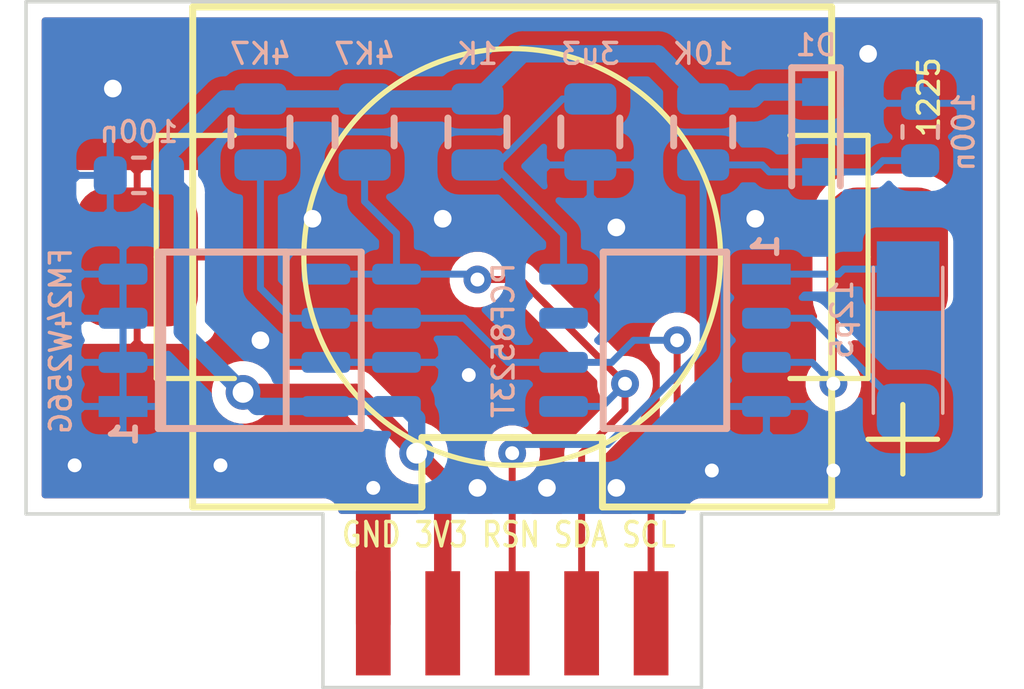
<source format=kicad_pcb>
(kicad_pcb (version 20171130) (host pcbnew 5.1.2-f72e74a~84~ubuntu14.04.1)

  (general
    (thickness 0.8)
    (drawings 12)
    (tracks 125)
    (zones 0)
    (modules 24)
    (nets 10)
  )

  (page A4)
  (title_block
    (title "RTC and FRAm")
    (date 2017-07-29)
    (rev 1)
    (comment 1 "Copyright © 2017 R Kilvington (eclrpk @ leeds.ac.uk)")
  )

  (layers
    (0 F.Cu signal hide)
    (31 B.Cu signal)
    (36 B.SilkS user hide)
    (37 F.SilkS user hide)
    (38 B.Mask user hide)
    (39 F.Mask user hide)
    (40 Dwgs.User user hide)
    (41 Cmts.User user hide)
    (44 Edge.Cuts user)
    (45 Margin user)
    (46 B.CrtYd user hide)
    (47 F.CrtYd user hide)
    (48 B.Fab user hide)
    (49 F.Fab user hide)
  )

  (setup
    (last_trace_width 0.2)
    (user_trace_width 1)
    (trace_clearance 0.2)
    (zone_clearance 0.4)
    (zone_45_only yes)
    (trace_min 0.2)
    (via_size 0.8)
    (via_drill 0.4)
    (via_min_size 0.8)
    (via_min_drill 0.4)
    (uvia_size 0.8)
    (uvia_drill 0.4)
    (uvias_allowed no)
    (uvia_min_size 0.508)
    (uvia_min_drill 0.127)
    (edge_width 0.1)
    (segment_width 0.2)
    (pcb_text_width 0.1)
    (pcb_text_size 0.8 0.8)
    (mod_edge_width 0.15)
    (mod_text_size 0.8 0.8)
    (mod_text_width 0.1)
    (pad_size 1.7272 1.7272)
    (pad_drill 1.016)
    (pad_to_mask_clearance 0.1)
    (solder_mask_min_width 0.1)
    (pad_to_paste_clearance -0.1)
    (aux_axis_origin 47 70)
    (grid_origin 46 83.75)
    (visible_elements 7FFFFFFF)
    (pcbplotparams
      (layerselection 0x010f0_80000001)
      (usegerberextensions true)
      (usegerberattributes false)
      (usegerberadvancedattributes false)
      (creategerberjobfile false)
      (excludeedgelayer true)
      (linewidth 0.100000)
      (plotframeref false)
      (viasonmask false)
      (mode 1)
      (useauxorigin false)
      (hpglpennumber 1)
      (hpglpenspeed 20)
      (hpglpendiameter 15.000000)
      (psnegative false)
      (psa4output false)
      (plotreference false)
      (plotvalue true)
      (plotinvisibletext false)
      (padsonsilk false)
      (subtractmaskfromsilk false)
      (outputformat 1)
      (mirror false)
      (drillshape 0)
      (scaleselection 1)
      (outputdirectory "production/"))
  )

  (net 0 "")
  (net 1 GND)
  (net 2 +3V3)
  (net 3 SCL-FRAM-RTC)
  (net 4 SDA-FRAM-RTC)
  (net 5 "Net-(BT1-Pad1)")
  (net 6 "Net-(U5-Pad2)")
  (net 7 "Net-(U5-Pad1)")
  (net 8 ~LCD_RESET)
  (net 9 "Net-(C2-Pad1)")

  (net_class Default "This is the default net class."
    (clearance 0.2)
    (trace_width 0.2)
    (via_dia 0.8)
    (via_drill 0.4)
    (uvia_dia 0.8)
    (uvia_drill 0.4)
    (add_net GND)
    (add_net "Net-(BT1-Pad1)")
    (add_net "Net-(C2-Pad1)")
    (add_net "Net-(U5-Pad1)")
    (add_net "Net-(U5-Pad2)")
    (add_net SCL-FRAM-RTC)
    (add_net SDA-FRAM-RTC)
    (add_net ~LCD_RESET)
  )

  (net_class 0.5 ""
    (clearance 0.2)
    (trace_width 0.5)
    (via_dia 1)
    (via_drill 0.6)
    (uvia_dia 0.8)
    (uvia_drill 0.4)
    (add_net +3V3)
  )

  (module PROJECT_SPECIFIC:Crystal_QTC4_4.1x1.5mm (layer B.Cu) (tedit 600167DC) (tstamp 60009277)
    (at 71.4 78.75 270)
    (path /5FFB41CA)
    (fp_text reference Y1 (at 0 -0.1 90) (layer B.SilkS) hide
      (effects (font (size 0.6 0.6) (thickness 0.1)) (justify mirror))
    )
    (fp_text value 12p5 (at -0.6 1.9 90) (layer B.SilkS)
      (effects (font (size 0.6 0.6) (thickness 0.1)) (justify mirror))
    )
    (fp_line (start -3 -1.2) (end 3 -1.2) (layer B.CrtYd) (width 0.05))
    (fp_line (start 3 1.2) (end -3 1.2) (layer B.CrtYd) (width 0.05))
    (fp_line (start -3 -1.2) (end -3 1.2) (layer B.CrtYd) (width 0.05))
    (fp_line (start 3 1.2) (end 3 -1.2) (layer B.CrtYd) (width 0.05))
    (fp_line (start -2.1 -1) (end 2.1 -1) (layer B.SilkS) (width 0.1))
    (fp_line (start -2.1 1) (end 2.1 1) (layer B.SilkS) (width 0.1))
    (pad 2 smd roundrect (at 2.05 0 270) (size 1.6 1.8) (layers B.Cu B.Paste B.Mask) (roundrect_rratio 0.25)
      (net 6 "Net-(U5-Pad2)"))
    (pad 1 smd rect (at -2.05 0 270) (size 1.6 1.8) (layers B.Cu B.Paste B.Mask)
      (net 7 "Net-(U5-Pad1)"))
  )

  (module PROJECT_SPECIFIC:C_0603_1608Metric_Pad1.0x1.1mm_HandSolder (layer B.Cu) (tedit 60002F7D) (tstamp 5FFF1579)
    (at 71.75 72.75 270)
    (descr "Capacitor SMD 0603 (1608 Metric), rounded (rectangular) end terminal, IPC_7351 nominal with elongated pad for handsoldering. (Body size source: http://www.tortai-tech.com/upload/download/2011102023233369053.pdf), generated with kicad-footprint-generator")
    (tags "capacitor handsolder")
    (path /5FFCB8C5)
    (attr smd)
    (fp_text reference C3 (at 0 0 90) (layer B.SilkS) hide
      (effects (font (size 0.6 0.6) (thickness 0.1)) (justify mirror))
    )
    (fp_text value 100n (at 0 -1.25 90) (layer B.SilkS)
      (effects (font (size 0.6 0.6) (thickness 0.1)) (justify mirror))
    )
    (fp_line (start 1.65 0.75) (end 1.65 -0.75) (layer B.CrtYd) (width 0.05))
    (fp_line (start -1.65 0.75) (end -1.65 -0.75) (layer B.CrtYd) (width 0.05))
    (fp_line (start 1.65 -0.75) (end -1.65 -0.75) (layer B.CrtYd) (width 0.05))
    (fp_line (start -1.65 0.75) (end 1.65 0.75) (layer B.CrtYd) (width 0.05))
    (fp_line (start -0.171267 -0.51) (end 0.171267 -0.51) (layer B.SilkS) (width 0.12))
    (fp_line (start -0.171267 0.51) (end 0.171267 0.51) (layer B.SilkS) (width 0.12))
    (fp_line (start 0.8 -0.4) (end -0.8 -0.4) (layer B.Fab) (width 0.1))
    (fp_line (start 0.8 0.4) (end 0.8 -0.4) (layer B.Fab) (width 0.1))
    (fp_line (start -0.8 0.4) (end 0.8 0.4) (layer B.Fab) (width 0.1))
    (fp_line (start -0.8 -0.4) (end -0.8 0.4) (layer B.Fab) (width 0.1))
    (fp_text user %R (at 0 0 90) (layer B.Fab)
      (effects (font (size 0.4 0.4) (thickness 0.06)) (justify mirror))
    )
    (pad 2 smd roundrect (at 0.825 0 270) (size 0.95 1.1) (layers B.Cu B.Paste B.Mask) (roundrect_rratio 0.25)
      (net 8 ~LCD_RESET))
    (pad 1 smd roundrect (at -0.825 0 270) (size 0.95 1.1) (layers B.Cu B.Paste B.Mask) (roundrect_rratio 0.25)
      (net 1 GND))
    (model ${KISYS3DMOD}/Capacitor_SMD.3dshapes/C_0603_1608Metric.wrl
      (at (xyz 0 0 0))
      (scale (xyz 1 1 1))
      (rotate (xyz 0 0 0))
    )
  )

  (module PROJECT_SPECIFIC:C_0603_1608Metric_Pad1.0x1.1mm_HandSolder (layer B.Cu) (tedit 60002F7D) (tstamp 60008616)
    (at 49.25 74)
    (descr "Capacitor SMD 0603 (1608 Metric), rounded (rectangular) end terminal, IPC_7351 nominal with elongated pad for handsoldering. (Body size source: http://www.tortai-tech.com/upload/download/2011102023233369053.pdf), generated with kicad-footprint-generator")
    (tags "capacitor handsolder")
    (path /5EA45B0E)
    (attr smd)
    (fp_text reference C1 (at 0 0) (layer B.SilkS) hide
      (effects (font (size 0.6 0.6) (thickness 0.1)) (justify mirror))
    )
    (fp_text value 100n (at 0 -1.25) (layer B.SilkS)
      (effects (font (size 0.6 0.6) (thickness 0.1)) (justify mirror))
    )
    (fp_line (start 1.65 0.75) (end 1.65 -0.75) (layer B.CrtYd) (width 0.05))
    (fp_line (start -1.65 0.75) (end -1.65 -0.75) (layer B.CrtYd) (width 0.05))
    (fp_line (start 1.65 -0.75) (end -1.65 -0.75) (layer B.CrtYd) (width 0.05))
    (fp_line (start -1.65 0.75) (end 1.65 0.75) (layer B.CrtYd) (width 0.05))
    (fp_line (start -0.171267 -0.51) (end 0.171267 -0.51) (layer B.SilkS) (width 0.12))
    (fp_line (start -0.171267 0.51) (end 0.171267 0.51) (layer B.SilkS) (width 0.12))
    (fp_line (start 0.8 -0.4) (end -0.8 -0.4) (layer B.Fab) (width 0.1))
    (fp_line (start 0.8 0.4) (end 0.8 -0.4) (layer B.Fab) (width 0.1))
    (fp_line (start -0.8 0.4) (end 0.8 0.4) (layer B.Fab) (width 0.1))
    (fp_line (start -0.8 -0.4) (end -0.8 0.4) (layer B.Fab) (width 0.1))
    (fp_text user %R (at 0 0) (layer B.Fab)
      (effects (font (size 0.4 0.4) (thickness 0.06)) (justify mirror))
    )
    (pad 2 smd roundrect (at 0.825 0) (size 0.95 1.1) (layers B.Cu B.Paste B.Mask) (roundrect_rratio 0.25)
      (net 2 +3V3))
    (pad 1 smd roundrect (at -0.825 0) (size 0.95 1.1) (layers B.Cu B.Paste B.Mask) (roundrect_rratio 0.25)
      (net 1 GND))
    (model ${KISYS3DMOD}/Capacitor_SMD.3dshapes/C_0603_1608Metric.wrl
      (at (xyz 0 0 0))
      (scale (xyz 1 1 1))
      (rotate (xyz 0 0 0))
    )
  )

  (module PROJECT_SPECIFIC:C_SM_0805_2012Metric (layer B.Cu) (tedit 600027F2) (tstamp 5FFDB946)
    (at 62.25 72.75 270)
    (descr "Capacitor SMD 0805 (2012 Metric), rounded (rectangular) end terminal, IPC_7351 nominal, (Body size source: https://docs.google.com/spreadsheets/d/1BsfQQcO9C6DZCsRaXUlFlo91Tg2WpOkGARC1WS5S8t0/edit?usp=sharing), generated with pain !")
    (tags capacitor)
    (path /5FFCDAEB)
    (attr smd)
    (fp_text reference C2 (at 0 0 270) (layer B.SilkS) hide
      (effects (font (size 0.6 0.6) (thickness 0.1)) (justify mirror))
    )
    (fp_text value 3u3 (at -2.25 0 180) (layer B.SilkS)
      (effects (font (size 0.6 0.6) (thickness 0.1)) (justify mirror))
    )
    (fp_line (start -1.75 -1) (end -1.75 1) (layer B.CrtYd) (width 0.05))
    (fp_line (start 1.75 -1) (end -1.75 -1) (layer B.CrtYd) (width 0.05))
    (fp_line (start 1.75 1) (end 1.75 -1) (layer B.CrtYd) (width 0.05))
    (fp_line (start -1.75 1) (end 1.75 1) (layer B.CrtYd) (width 0.05))
    (fp_line (start -0.4 0.85) (end 0.4 0.85) (layer B.SilkS) (width 0.2))
    (fp_line (start -0.4 -0.85) (end 0.4 -0.85) (layer B.SilkS) (width 0.2))
    (fp_text user %R (at 0 0 270) (layer B.Fab)
      (effects (font (size 0.5 0.5) (thickness 0.08)) (justify mirror))
    )
    (pad 2 smd roundrect (at 0.95 0 270) (size 0.9 1.5) (layers B.Cu B.Paste B.Mask) (roundrect_rratio 0.25)
      (net 1 GND))
    (pad 1 smd roundrect (at -0.95 0 270) (size 0.9 1.5) (layers B.Cu B.Paste B.Mask) (roundrect_rratio 0.25)
      (net 9 "Net-(C2-Pad1)"))
    (model ${KISYS3DMOD}/Capacitor_SMD.3dshapes/C_0805_2012Metric.wrl
      (at (xyz 0 0 0))
      (scale (xyz 1 1 1))
      (rotate (xyz 0 0 0))
    )
  )

  (module PROJECT_SPECIFIC:R_SM_0805_2012Metric (layer B.Cu) (tedit 60002674) (tstamp 5FFDB964)
    (at 59 72.75 90)
    (descr "Resistor SMD 0805 (2012 Metric), rounded (rectangular) end terminal, IPC_7351 nominal, (Body size source: https://docs.google.com/spreadsheets/d/1BsfQQcO9C6DZCsRaXUlFlo91Tg2WpOkGARC1WS5S8t0/edit?usp=sharing), generated with pain !")
    (tags resistor)
    (path /5FFCD2D4)
    (attr smd)
    (fp_text reference R3 (at 0 0 90) (layer B.SilkS) hide
      (effects (font (size 0.6 0.6) (thickness 0.1)) (justify mirror))
    )
    (fp_text value 1K (at 2.25 0 180) (layer B.SilkS)
      (effects (font (size 0.6 0.6) (thickness 0.1)) (justify mirror))
    )
    (fp_line (start -1.75 -1) (end -1.75 1) (layer B.CrtYd) (width 0.05))
    (fp_line (start 1.75 -1) (end -1.75 -1) (layer B.CrtYd) (width 0.05))
    (fp_line (start 1.75 1) (end 1.75 -1) (layer B.CrtYd) (width 0.05))
    (fp_line (start -1.75 1) (end 1.75 1) (layer B.CrtYd) (width 0.05))
    (fp_line (start -0.4 0.85) (end 0.4 0.85) (layer B.SilkS) (width 0.2))
    (fp_line (start -0.4 -0.85) (end 0.4 -0.85) (layer B.SilkS) (width 0.2))
    (fp_text user %R (at 0 0 -90) (layer B.Fab)
      (effects (font (size 0.5 0.5) (thickness 0.08)) (justify mirror))
    )
    (pad 2 smd roundrect (at 0.95 0 90) (size 0.9 1.5) (layers B.Cu B.Paste B.Mask) (roundrect_rratio 0.25)
      (net 2 +3V3))
    (pad 1 smd roundrect (at -0.95 0 90) (size 0.9 1.5) (layers B.Cu B.Paste B.Mask) (roundrect_rratio 0.25)
      (net 9 "Net-(C2-Pad1)"))
    (model ${KISYS3DMOD}/Resistor_SMD.3dshapes/R_0805_2012Metric.wrl
      (at (xyz 0 0 0))
      (scale (xyz 1 1 1))
      (rotate (xyz 0 0 0))
    )
  )

  (module PROJECT_SPECIFIC:R_SM_0805_2012Metric (layer B.Cu) (tedit 60002674) (tstamp 5FFDB971)
    (at 65.5 72.75 270)
    (descr "Resistor SMD 0805 (2012 Metric), rounded (rectangular) end terminal, IPC_7351 nominal, (Body size source: https://docs.google.com/spreadsheets/d/1BsfQQcO9C6DZCsRaXUlFlo91Tg2WpOkGARC1WS5S8t0/edit?usp=sharing), generated with pain !")
    (tags resistor)
    (path /5FFC95BE)
    (attr smd)
    (fp_text reference R4 (at 0 0 90) (layer B.SilkS) hide
      (effects (font (size 0.6 0.6) (thickness 0.1)) (justify mirror))
    )
    (fp_text value 10K (at -2.25 0 180) (layer B.SilkS)
      (effects (font (size 0.6 0.6) (thickness 0.1)) (justify mirror))
    )
    (fp_line (start -1.75 -1) (end -1.75 1) (layer B.CrtYd) (width 0.05))
    (fp_line (start 1.75 -1) (end -1.75 -1) (layer B.CrtYd) (width 0.05))
    (fp_line (start 1.75 1) (end 1.75 -1) (layer B.CrtYd) (width 0.05))
    (fp_line (start -1.75 1) (end 1.75 1) (layer B.CrtYd) (width 0.05))
    (fp_line (start -0.4 0.85) (end 0.4 0.85) (layer B.SilkS) (width 0.2))
    (fp_line (start -0.4 -0.85) (end 0.4 -0.85) (layer B.SilkS) (width 0.2))
    (fp_text user %R (at 0 0 270) (layer B.Fab)
      (effects (font (size 0.5 0.5) (thickness 0.08)) (justify mirror))
    )
    (pad 2 smd roundrect (at 0.95 0 270) (size 0.9 1.5) (layers B.Cu B.Paste B.Mask) (roundrect_rratio 0.25)
      (net 8 ~LCD_RESET))
    (pad 1 smd roundrect (at -0.95 0 270) (size 0.9 1.5) (layers B.Cu B.Paste B.Mask) (roundrect_rratio 0.25)
      (net 2 +3V3))
    (model ${KISYS3DMOD}/Resistor_SMD.3dshapes/R_0805_2012Metric.wrl
      (at (xyz 0 0 0))
      (scale (xyz 1 1 1))
      (rotate (xyz 0 0 0))
    )
  )

  (module PROJECT_SPECIFIC:R_SM_0805_2012Metric (layer B.Cu) (tedit 60002674) (tstamp 60008632)
    (at 52.75 72.75 270)
    (descr "Resistor SMD 0805 (2012 Metric), rounded (rectangular) end terminal, IPC_7351 nominal, (Body size source: https://docs.google.com/spreadsheets/d/1BsfQQcO9C6DZCsRaXUlFlo91Tg2WpOkGARC1WS5S8t0/edit?usp=sharing), generated with pain !")
    (tags resistor)
    (path /5EA47E29)
    (attr smd)
    (fp_text reference R1 (at 0 0 90) (layer B.SilkS) hide
      (effects (font (size 0.6 0.6) (thickness 0.1)) (justify mirror))
    )
    (fp_text value 4K7 (at -2.25 0 180) (layer B.SilkS)
      (effects (font (size 0.6 0.6) (thickness 0.1)) (justify mirror))
    )
    (fp_line (start -1.75 -1) (end -1.75 1) (layer B.CrtYd) (width 0.05))
    (fp_line (start 1.75 -1) (end -1.75 -1) (layer B.CrtYd) (width 0.05))
    (fp_line (start 1.75 1) (end 1.75 -1) (layer B.CrtYd) (width 0.05))
    (fp_line (start -1.75 1) (end 1.75 1) (layer B.CrtYd) (width 0.05))
    (fp_line (start -0.4 0.85) (end 0.4 0.85) (layer B.SilkS) (width 0.2))
    (fp_line (start -0.4 -0.85) (end 0.4 -0.85) (layer B.SilkS) (width 0.2))
    (fp_text user %R (at 0 0 270) (layer B.Fab)
      (effects (font (size 0.5 0.5) (thickness 0.08)) (justify mirror))
    )
    (pad 2 smd roundrect (at 0.95 0 270) (size 0.9 1.5) (layers B.Cu B.Paste B.Mask) (roundrect_rratio 0.25)
      (net 3 SCL-FRAM-RTC))
    (pad 1 smd roundrect (at -0.95 0 270) (size 0.9 1.5) (layers B.Cu B.Paste B.Mask) (roundrect_rratio 0.25)
      (net 2 +3V3))
    (model ${KISYS3DMOD}/Resistor_SMD.3dshapes/R_0805_2012Metric.wrl
      (at (xyz 0 0 0))
      (scale (xyz 1 1 1))
      (rotate (xyz 0 0 0))
    )
  )

  (module PROJECT_SPECIFIC:R_SM_0805_2012Metric (layer B.Cu) (tedit 60002674) (tstamp 6000863E)
    (at 55.75 72.75 270)
    (descr "Resistor SMD 0805 (2012 Metric), rounded (rectangular) end terminal, IPC_7351 nominal, (Body size source: https://docs.google.com/spreadsheets/d/1BsfQQcO9C6DZCsRaXUlFlo91Tg2WpOkGARC1WS5S8t0/edit?usp=sharing), generated with pain !")
    (tags resistor)
    (path /5EA47FCB)
    (attr smd)
    (fp_text reference R2 (at 0 0 90) (layer B.SilkS) hide
      (effects (font (size 0.6 0.6) (thickness 0.1)) (justify mirror))
    )
    (fp_text value 4K7 (at -2.25 0 180) (layer B.SilkS)
      (effects (font (size 0.6 0.6) (thickness 0.1)) (justify mirror))
    )
    (fp_line (start -1.75 -1) (end -1.75 1) (layer B.CrtYd) (width 0.05))
    (fp_line (start 1.75 -1) (end -1.75 -1) (layer B.CrtYd) (width 0.05))
    (fp_line (start 1.75 1) (end 1.75 -1) (layer B.CrtYd) (width 0.05))
    (fp_line (start -1.75 1) (end 1.75 1) (layer B.CrtYd) (width 0.05))
    (fp_line (start -0.4 0.85) (end 0.4 0.85) (layer B.SilkS) (width 0.2))
    (fp_line (start -0.4 -0.85) (end 0.4 -0.85) (layer B.SilkS) (width 0.2))
    (fp_text user %R (at 0 0 270) (layer B.Fab)
      (effects (font (size 0.5 0.5) (thickness 0.08)) (justify mirror))
    )
    (pad 2 smd roundrect (at 0.95 0 270) (size 0.9 1.5) (layers B.Cu B.Paste B.Mask) (roundrect_rratio 0.25)
      (net 4 SDA-FRAM-RTC))
    (pad 1 smd roundrect (at -0.95 0 270) (size 0.9 1.5) (layers B.Cu B.Paste B.Mask) (roundrect_rratio 0.25)
      (net 2 +3V3))
    (model ${KISYS3DMOD}/Resistor_SMD.3dshapes/R_0805_2012Metric.wrl
      (at (xyz 0 0 0))
      (scale (xyz 1 1 1))
      (rotate (xyz 0 0 0))
    )
  )

  (module PROJECT_SPECIFIC:SO-8 (layer B.Cu) (tedit 5FFC626F) (tstamp 5FFCDEEB)
    (at 64.4 78.75 270)
    (path /5FFB2376)
    (fp_text reference U5 (at 0 0 90) (layer B.SilkS) hide
      (effects (font (size 0.6 0.6) (thickness 0.1)) (justify mirror))
    )
    (fp_text value PCF8523T (at 0 4.65 90) (layer B.SilkS)
      (effects (font (size 0.6 0.6) (thickness 0.1)) (justify mirror))
    )
    (fp_line (start 2.54 1.778) (end 2.54 -1.778) (layer B.SilkS) (width 0.2))
    (fp_line (start -2.54 1.778) (end -2.54 -1.778) (layer B.SilkS) (width 0.2))
    (fp_line (start -2.54 -1.778) (end 2.54 -1.778) (layer B.SilkS) (width 0.2))
    (fp_line (start -2.54 1.778) (end 2.54 1.778) (layer B.SilkS) (width 0.2))
    (fp_text user 1 (at -2.7 -2.9 90) (layer B.SilkS)
      (effects (font (size 0.7 0.7) (thickness 0.15)) (justify mirror))
    )
    (fp_line (start -3 -4.3) (end 3 -4.3) (layer B.CrtYd) (width 0.05))
    (fp_line (start 3 4.3) (end -3 4.3) (layer B.CrtYd) (width 0.05))
    (fp_line (start 3 4.3) (end 3 -4.3) (layer B.CrtYd) (width 0.05))
    (fp_line (start -3 4.3) (end -3 -4.3) (layer B.CrtYd) (width 0.05))
    (pad 8 smd roundrect (at -1.905 2.921 270) (size 0.6 1.4) (layers B.Cu B.Paste B.Mask) (roundrect_rratio 0.25)
      (net 9 "Net-(C2-Pad1)"))
    (pad 7 smd roundrect (at -0.635 2.921 270) (size 0.6 1.4) (layers B.Cu B.Paste B.Mask) (roundrect_rratio 0.25))
    (pad 6 smd roundrect (at 0.635 2.921 270) (size 0.6 1.4) (layers B.Cu B.Paste B.Mask) (roundrect_rratio 0.25)
      (net 3 SCL-FRAM-RTC))
    (pad 5 smd roundrect (at 1.905 2.921 270) (size 0.6 1.4) (layers B.Cu B.Paste B.Mask) (roundrect_rratio 0.25)
      (net 4 SDA-FRAM-RTC))
    (pad 4 smd roundrect (at 1.905 -2.921 270) (size 0.6 1.4) (layers B.Cu B.Paste B.Mask) (roundrect_rratio 0.25)
      (net 1 GND))
    (pad 3 smd roundrect (at 0.635 -2.921 270) (size 0.6 1.4) (layers B.Cu B.Paste B.Mask) (roundrect_rratio 0.25)
      (net 5 "Net-(BT1-Pad1)"))
    (pad 2 smd roundrect (at -0.635 -2.921 270) (size 0.6 1.4) (layers B.Cu B.Paste B.Mask) (roundrect_rratio 0.25)
      (net 6 "Net-(U5-Pad2)"))
    (pad 1 smd rect (at -1.905 -2.921 270) (size 0.6 1.4) (layers B.Cu B.Paste B.Mask)
      (net 7 "Net-(U5-Pad1)"))
    (model Housings_SOIC.3dshapes/SOIC-8_3.9x4.9mm_Pitch1.27mm.wrl
      (at (xyz 0 0 0))
      (scale (xyz 1 1 1))
      (rotate (xyz 0 0 270))
    )
  )

  (module PROJECT_SPECIFIC:SOD-323 (layer B.Cu) (tedit 56E5A5C1) (tstamp 5FFDEE42)
    (at 68.75 72.75 270)
    (descr SOD-323)
    (tags SOD-323)
    (path /5FFD93E7)
    (attr smd)
    (fp_text reference D1 (at -2.5 0 180) (layer B.SilkS)
      (effects (font (size 0.6 0.6) (thickness 0.1)) (justify mirror))
    )
    (fp_text value RB751V40 (at 0 0 90) (layer B.SilkS) hide
      (effects (font (size 0.6 0.6) (thickness 0.1)) (justify mirror))
    )
    (fp_line (start -1.85 0.7) (end -1.85 -0.7) (layer B.SilkS) (width 0.2))
    (fp_line (start 1.9 0.9) (end 1.9 -0.9) (layer B.CrtYd) (width 0.05))
    (fp_line (start -2.05 0.9) (end -2.05 -0.9) (layer B.CrtYd) (width 0.05))
    (fp_line (start -1.85 0.7) (end 1.55 0.7) (layer B.SilkS) (width 0.2))
    (fp_line (start -1.85 -0.7) (end 1.55 -0.7) (layer B.SilkS) (width 0.2))
    (fp_line (start -2.05 0.9) (end 1.9 0.9) (layer B.CrtYd) (width 0.05))
    (fp_line (start -2.05 -0.9) (end 1.9 -0.9) (layer B.CrtYd) (width 0.05))
    (pad 2 smd rect (at 1.15 0 270) (size 0.8 0.8) (layers B.Cu B.Mask)
      (net 8 ~LCD_RESET))
    (pad 1 smd rect (at -1.15 0 270) (size 0.8 0.8) (layers B.Cu B.Mask)
      (net 2 +3V3))
  )

  (module PROJECT_SPECIFIC:GND_PLANE_VIA (layer F.Cu) (tedit 5EA4652C) (tstamp 5FFF5550)
    (at 52.75 78.75)
    (path /5EA41234)
    (fp_text reference v8 (at 0 0.5) (layer F.SilkS) hide
      (effects (font (size 0.127 0.127) (thickness 0.03175)))
    )
    (fp_text value gnd_via (at 0 -0.5) (layer F.SilkS) hide
      (effects (font (size 0.127 0.127) (thickness 0.03175)))
    )
    (pad 1 thru_hole circle (at 0 0) (size 0.889 0.889) (drill 0.508) (layers *.Cu)
      (net 1 GND) (zone_connect 2))
  )

  (module PROJECT_SPECIFIC:MPD_BHSD-1225-SM locked (layer F.Cu) (tedit 5FFC5984) (tstamp 600085F9)
    (at 60 76.35 180)
    (path /5EA454B5)
    (fp_text reference BT1 (at 11.25 5.5 180) (layer F.SilkS) hide
      (effects (font (size 0.6 0.6) (thickness 0.1)))
    )
    (fp_text value 1225 (at -12 4.6 270) (layer F.SilkS)
      (effects (font (size 0.6 0.6) (thickness 0.1)))
    )
    (fp_line (start -13 -7.3) (end -13 7.3) (layer F.CrtYd) (width 0.05))
    (fp_line (start 13 -7.3) (end 13 7.3) (layer F.CrtYd) (width 0.05))
    (fp_line (start -13 7.3) (end 13 7.3) (layer F.CrtYd) (width 0.05))
    (fp_line (start -13 -7.3) (end 13 -7.3) (layer F.CrtYd) (width 0.05))
    (fp_line (start 9.2 -7.2) (end 9.2 7.2) (layer F.SilkS) (width 0.2))
    (fp_line (start -9.2 -7.2) (end -9.2 7.2) (layer F.SilkS) (width 0.2))
    (fp_line (start 2.6 -7.2) (end 2.6 -5.2) (layer F.SilkS) (width 0.2))
    (fp_line (start -2.6 -7.2) (end -2.6 -5.2) (layer F.SilkS) (width 0.2))
    (fp_line (start -9.2 7.2) (end 9.2 7.2) (layer F.SilkS) (width 0.2))
    (fp_line (start 2.6 -7.2) (end 9.2 -7.2) (layer F.SilkS) (width 0.2))
    (fp_line (start -9.2 -7.2) (end -2.6 -7.2) (layer F.SilkS) (width 0.2))
    (fp_line (start 0 -5.2) (end 2.6 -5.2) (layer F.SilkS) (width 0.2))
    (fp_line (start 0 -5.2) (end -2.6 -5.2) (layer F.SilkS) (width 0.2))
    (fp_line (start -11.25 -4.25) (end -11.25 -6.25) (layer F.SilkS) (width 0.15))
    (fp_line (start -12.25 -5.25) (end -10.25 -5.25) (layer F.SilkS) (width 0.15))
    (fp_circle (center 0 0) (end 6 0) (layer F.SilkS) (width 0.15))
    (fp_line (start 8 3.5) (end 10.25 3.5) (layer F.SilkS) (width 0.15))
    (fp_line (start -10.25 3.5) (end -8 3.5) (layer F.SilkS) (width 0.15))
    (fp_line (start 8 -3.5) (end 10.25 -3.5) (layer F.SilkS) (width 0.15))
    (fp_line (start -10.25 -3.5) (end -8 -3.5) (layer F.SilkS) (width 0.15))
    (fp_line (start -10.25 -3.5) (end -10.25 0) (layer F.SilkS) (width 0.15))
    (fp_line (start 10.25 0) (end 10.25 3.5) (layer F.SilkS) (width 0.15))
    (fp_line (start -10.25 0) (end -10.25 3.5) (layer F.SilkS) (width 0.15))
    (fp_line (start 10.25 0) (end 10.25 -3.5) (layer F.SilkS) (width 0.15))
    (pad 2 smd roundrect (at 10.8 0 180) (size 3.5 4) (layers F.Cu F.Paste F.Mask) (roundrect_rratio 0.25)
      (net 1 GND))
    (pad 1 smd roundrect (at -10.8 0 180) (size 3.5 4) (layers F.Cu F.Paste F.Mask) (roundrect_rratio 0.25)
      (net 5 "Net-(BT1-Pad1)"))
  )

  (module PROJECT_SPECIFIC:AVX_Card_Edge_5way_2mmPitch_0.8mmPCB (layer F.Cu) (tedit 5FFC2A91) (tstamp 60008626)
    (at 60 84)
    (path /5EA0B7BF)
    (fp_text reference J1 (at 0 7.2) (layer F.Fab) hide
      (effects (font (size 0.6 0.6) (thickness 0.1)))
    )
    (fp_text value Conn_01x05_Male (at 0 5.75) (layer F.Fab) hide
      (effects (font (size 0.6 0.6) (thickness 0.1)))
    )
    (fp_line (start -5.4 4.7) (end 5.4 4.7) (layer F.CrtYd) (width 0.05))
    (fp_line (start -5.4 -0.25) (end 5.4 -0.25) (layer F.CrtYd) (width 0.05))
    (fp_line (start -5.4 -0.25) (end -5.4 4.7) (layer F.CrtYd) (width 0.05))
    (fp_line (start 5.4 -0.25) (end 5.4 4.7) (layer F.CrtYd) (width 0.05))
    (pad 5 connect rect (at 4 2.9) (size 1 3) (layers F.Cu F.Mask)
      (net 3 SCL-FRAM-RTC))
    (pad 4 connect rect (at 2 2.9) (size 1 3) (layers F.Cu F.Mask)
      (net 4 SDA-FRAM-RTC))
    (pad 1 connect rect (at -4 2.9) (size 1 3) (layers F.Cu F.Mask)
      (net 1 GND))
    (pad 2 connect rect (at -2 2.9) (size 1 3) (layers F.Cu F.Mask)
      (net 2 +3V3))
    (pad 3 connect rect (at 0 2.9) (size 1 3) (layers F.Cu F.Mask)
      (net 8 ~LCD_RESET))
  )

  (module PROJECT_SPECIFIC:SO-8 (layer B.Cu) (tedit 5FFC626F) (tstamp 6000864A)
    (at 51.715 78.75 90)
    (path /5EA43AAA)
    (fp_text reference U2 (at 0 0 90) (layer B.SilkS) hide
      (effects (font (size 0.6 0.6) (thickness 0.1)) (justify mirror))
    )
    (fp_text value MB85RC256V (at 0 -0.889 90) (layer B.SilkS) hide
      (effects (font (size 0.6 0.6) (thickness 0.1)) (justify mirror))
    )
    (fp_line (start -3 4.3) (end -3 -4.3) (layer B.CrtYd) (width 0.05))
    (fp_line (start 3 4.3) (end 3 -4.3) (layer B.CrtYd) (width 0.05))
    (fp_line (start 3 4.3) (end -3 4.3) (layer B.CrtYd) (width 0.05))
    (fp_line (start -3 -4.3) (end 3 -4.3) (layer B.CrtYd) (width 0.05))
    (fp_text user 1 (at -2.7 -2.9 90) (layer B.SilkS)
      (effects (font (size 0.7 0.7) (thickness 0.15)) (justify mirror))
    )
    (fp_line (start -2.54 1.778) (end 2.54 1.778) (layer B.SilkS) (width 0.2))
    (fp_line (start -2.54 -1.778) (end 2.54 -1.778) (layer B.SilkS) (width 0.2))
    (fp_line (start -2.54 1.778) (end -2.54 -1.778) (layer B.SilkS) (width 0.2))
    (fp_line (start 2.54 1.778) (end 2.54 -1.778) (layer B.SilkS) (width 0.2))
    (pad 1 smd rect (at -1.905 -2.921 90) (size 0.6 1.4) (layers B.Cu B.Paste B.Mask)
      (net 1 GND))
    (pad 2 smd roundrect (at -0.635 -2.921 90) (size 0.6 1.4) (layers B.Cu B.Paste B.Mask) (roundrect_rratio 0.25)
      (net 1 GND))
    (pad 3 smd roundrect (at 0.635 -2.921 90) (size 0.6 1.4) (layers B.Cu B.Paste B.Mask) (roundrect_rratio 0.25)
      (net 1 GND))
    (pad 4 smd roundrect (at 1.905 -2.921 90) (size 0.6 1.4) (layers B.Cu B.Paste B.Mask) (roundrect_rratio 0.25)
      (net 1 GND))
    (pad 5 smd roundrect (at 1.905 2.921 90) (size 0.6 1.4) (layers B.Cu B.Paste B.Mask) (roundrect_rratio 0.25)
      (net 4 SDA-FRAM-RTC))
    (pad 6 smd roundrect (at 0.635 2.921 90) (size 0.6 1.4) (layers B.Cu B.Paste B.Mask) (roundrect_rratio 0.25)
      (net 3 SCL-FRAM-RTC))
    (pad 7 smd roundrect (at -0.635 2.921 90) (size 0.6 1.4) (layers B.Cu B.Paste B.Mask) (roundrect_rratio 0.25)
      (net 1 GND))
    (pad 8 smd roundrect (at -1.905 2.921 90) (size 0.6 1.4) (layers B.Cu B.Paste B.Mask) (roundrect_rratio 0.25)
      (net 2 +3V3))
    (model Housings_SOIC.3dshapes/SOIC-8_3.9x4.9mm_Pitch1.27mm.wrl
      (at (xyz 0 0 0))
      (scale (xyz 1 1 1))
      (rotate (xyz 0 0 270))
    )
  )

  (module PROJECT_SPECIFIC:EIAJ-SOIC-8 (layer B.Cu) (tedit 5FFC5D45) (tstamp 6000865E)
    (at 52.731 78.75 90)
    (path /5EA4386C)
    (fp_text reference U4 (at 0 0 90) (layer B.SilkS) hide
      (effects (font (size 0.6 0.6) (thickness 0.1)) (justify mirror))
    )
    (fp_text value FM24W256G (at -0.0165 -5.731 90) (layer B.SilkS)
      (effects (font (size 0.6 0.6) (thickness 0.1)) (justify mirror))
    )
    (fp_line (start -3 -5.3) (end -3 5.3) (layer B.CrtYd) (width 0.05))
    (fp_line (start 3 5.3) (end 3 -5.3) (layer B.CrtYd) (width 0.05))
    (fp_line (start -3 5.3) (end 3 5.3) (layer B.CrtYd) (width 0.05))
    (fp_line (start -3 -5.3) (end 3 -5.3) (layer B.CrtYd) (width 0.05))
    (fp_text user 1 (at -2.7 -3.9 90) (layer B.SilkS)
      (effects (font (size 0.7 0.7) (thickness 0.15)) (justify mirror))
    )
    (fp_line (start -2.54 2.921) (end -2.54 -2.921) (layer B.SilkS) (width 0.2))
    (fp_line (start 2.54 2.921) (end 2.54 -2.921) (layer B.SilkS) (width 0.2))
    (fp_line (start -2.54 2.921) (end 2.54 2.921) (layer B.SilkS) (width 0.2))
    (fp_line (start -2.54 -2.921) (end 2.54 -2.921) (layer B.SilkS) (width 0.2))
    (pad 1 smd rect (at -1.905 -3.937 90) (size 0.6 1.4) (layers B.Cu B.Paste B.Mask)
      (net 1 GND))
    (pad 2 smd roundrect (at -0.635 -3.937 90) (size 0.6 1.4) (layers B.Cu B.Paste B.Mask) (roundrect_rratio 0.25)
      (net 1 GND))
    (pad 3 smd roundrect (at 0.635 -3.937 90) (size 0.6 1.4) (layers B.Cu B.Paste B.Mask) (roundrect_rratio 0.25)
      (net 1 GND))
    (pad 4 smd roundrect (at 1.905 -3.937 90) (size 0.6 1.4) (layers B.Cu B.Paste B.Mask) (roundrect_rratio 0.25)
      (net 1 GND))
    (pad 5 smd roundrect (at 1.905 3.937 90) (size 0.6 1.4) (layers B.Cu B.Paste B.Mask) (roundrect_rratio 0.25)
      (net 4 SDA-FRAM-RTC))
    (pad 6 smd roundrect (at 0.635 3.937 90) (size 0.6 1.4) (layers B.Cu B.Paste B.Mask) (roundrect_rratio 0.25)
      (net 3 SCL-FRAM-RTC))
    (pad 7 smd roundrect (at -0.635 3.937 90) (size 0.6 1.4) (layers B.Cu B.Paste B.Mask) (roundrect_rratio 0.25)
      (net 1 GND))
    (pad 8 smd roundrect (at -1.905 3.937 90) (size 0.6 1.4) (layers B.Cu B.Paste B.Mask) (roundrect_rratio 0.25)
      (net 2 +3V3))
    (model Housings_SOIC.3dshapes/SOIC-8_3.9x4.9mm_Pitch1.27mm.wrl
      (at (xyz 0 0 0))
      (scale (xyz 1 1 1))
      (rotate (xyz 0 0 270))
    )
  )

  (module PROJECT_SPECIFIC:GND_PLANE_VIA (layer F.Cu) (tedit 5EA4652C) (tstamp 60008672)
    (at 59 83)
    (path /5EA410DD)
    (fp_text reference v1 (at 0 0.5) (layer F.SilkS) hide
      (effects (font (size 0.6 0.6) (thickness 0.1)))
    )
    (fp_text value gnd_via (at 0 -0.5) (layer F.SilkS) hide
      (effects (font (size 0.6 0.6) (thickness 0.1)))
    )
    (pad 1 thru_hole circle (at 0 0) (size 0.889 0.889) (drill 0.508) (layers *.Cu)
      (net 1 GND) (zone_connect 2))
  )

  (module PROJECT_SPECIFIC:GND_PLANE_VIA (layer F.Cu) (tedit 5EA4652C) (tstamp 60008676)
    (at 67 75.25)
    (path /5EA411DD)
    (fp_text reference v2 (at 0 0.5) (layer F.SilkS) hide
      (effects (font (size 0.6 0.6) (thickness 0.1)))
    )
    (fp_text value gnd_via (at 0 -0.5) (layer F.SilkS) hide
      (effects (font (size 0.6 0.6) (thickness 0.1)))
    )
    (pad 1 thru_hole circle (at 0 0) (size 0.889 0.889) (drill 0.508) (layers *.Cu)
      (net 1 GND) (zone_connect 2))
  )

  (module PROJECT_SPECIFIC:GND_PLANE_VIA (layer F.Cu) (tedit 5EA4652C) (tstamp 60009F30)
    (at 70.25 70.5)
    (path /5EA41162)
    (fp_text reference v3 (at 0 0.5) (layer F.SilkS) hide
      (effects (font (size 0.6 0.6) (thickness 0.1)))
    )
    (fp_text value gnd_via (at 0 -0.5) (layer F.SilkS) hide
      (effects (font (size 0.6 0.6) (thickness 0.1)))
    )
    (pad 1 thru_hole circle (at 0 0) (size 0.889 0.889) (drill 0.508) (layers *.Cu)
      (net 1 GND) (zone_connect 2))
  )

  (module PROJECT_SPECIFIC:GND_PLANE_VIA (layer F.Cu) (tedit 5EA4652C) (tstamp 6000867E)
    (at 58 75.25)
    (path /5EA411FA)
    (fp_text reference v4 (at 0 0.5) (layer F.SilkS) hide
      (effects (font (size 0.6 0.6) (thickness 0.1)))
    )
    (fp_text value gnd_via (at 0 -0.5) (layer F.SilkS) hide
      (effects (font (size 0.6 0.6) (thickness 0.1)))
    )
    (pad 1 thru_hole circle (at 0 0) (size 0.889 0.889) (drill 0.508) (layers *.Cu)
      (net 1 GND) (zone_connect 2))
  )

  (module PROJECT_SPECIFIC:GND_PLANE_VIA (layer F.Cu) (tedit 5EA4652C) (tstamp 60008682)
    (at 54.25 75.25)
    (path /5EA41186)
    (fp_text reference v5 (at 0 0.5) (layer F.SilkS) hide
      (effects (font (size 0.6 0.6) (thickness 0.1)))
    )
    (fp_text value gnd_via (at 0 -0.5) (layer F.SilkS) hide
      (effects (font (size 0.6 0.6) (thickness 0.1)))
    )
    (pad 1 thru_hole circle (at 0 0) (size 0.889 0.889) (drill 0.508) (layers *.Cu)
      (net 1 GND) (zone_connect 2))
  )

  (module PROJECT_SPECIFIC:GND_PLANE_VIA (layer F.Cu) (tedit 5EA4652C) (tstamp 60008686)
    (at 63 83)
    (path /5EA41217)
    (fp_text reference v6 (at 0 0.5) (layer F.SilkS) hide
      (effects (font (size 0.6 0.6) (thickness 0.1)))
    )
    (fp_text value gnd_via (at 0 -0.5) (layer F.SilkS) hide
      (effects (font (size 0.6 0.6) (thickness 0.1)))
    )
    (pad 1 thru_hole circle (at 0 0) (size 0.889 0.889) (drill 0.508) (layers *.Cu)
      (net 1 GND) (zone_connect 2))
  )

  (module PROJECT_SPECIFIC:GND_PLANE_VIA (layer F.Cu) (tedit 5EA4652C) (tstamp 6000868A)
    (at 63 75.5)
    (path /5EA411A3)
    (fp_text reference v7 (at 0 0.5) (layer F.SilkS) hide
      (effects (font (size 0.6 0.6) (thickness 0.1)))
    )
    (fp_text value gnd_via (at 0 -0.5) (layer F.SilkS) hide
      (effects (font (size 0.6 0.6) (thickness 0.1)))
    )
    (pad 1 thru_hole circle (at 0 0) (size 0.889 0.889) (drill 0.508) (layers *.Cu)
      (net 1 GND) (zone_connect 2))
  )

  (module PROJECT_SPECIFIC:GND_PLANE_VIA (layer F.Cu) (tedit 5EA4652C) (tstamp 6000868E)
    (at 48.5 71.5)
    (path /5EA411C0)
    (fp_text reference v9 (at 0 0.5) (layer F.SilkS) hide
      (effects (font (size 0.6 0.6) (thickness 0.1)))
    )
    (fp_text value gnd_via (at 0 -0.5) (layer F.SilkS) hide
      (effects (font (size 0.6 0.6) (thickness 0.1)))
    )
    (pad 1 thru_hole circle (at 0 0) (size 0.889 0.889) (drill 0.508) (layers *.Cu)
      (net 1 GND) (zone_connect 2))
  )

  (module PROJECT_SPECIFIC:GND_PLANE_VIA (layer F.Cu) (tedit 5EA4652C) (tstamp 60008692)
    (at 61 83)
    (path /5EA41251)
    (fp_text reference v10 (at 0 0.5) (layer F.SilkS) hide
      (effects (font (size 0.6 0.6) (thickness 0.1)))
    )
    (fp_text value gnd_via (at 0 -0.5) (layer F.SilkS) hide
      (effects (font (size 0.6 0.6) (thickness 0.1)))
    )
    (pad 1 thru_hole circle (at 0 0) (size 0.889 0.889) (drill 0.508) (layers *.Cu)
      (net 1 GND) (zone_connect 2))
  )

  (gr_line (start 54.55 83.75) (end 46 83.75) (angle 90) (layer Edge.Cuts) (width 0.1))
  (gr_line (start 65.45 83.75) (end 74 83.75) (angle 90) (layer Edge.Cuts) (width 0.1))
  (dimension 10.9 (width 0.2) (layer Cmts.User)
    (gr_text "10.900 mm" (at 60 92.55) (layer Cmts.User)
      (effects (font (size 0.8 0.8) (thickness 0.2)))
    )
    (feature1 (pts (xy 65.45 88.75) (xy 65.45 93.35)))
    (feature2 (pts (xy 54.55 88.75) (xy 54.55 93.35)))
    (crossbar (pts (xy 54.55 91.75) (xy 65.45 91.75)))
    (arrow1a (pts (xy 65.45 91.75) (xy 64.323496 92.336421)))
    (arrow1b (pts (xy 65.45 91.75) (xy 64.323496 91.163579)))
    (arrow2a (pts (xy 54.55 91.75) (xy 55.676504 92.336421)))
    (arrow2b (pts (xy 54.55 91.75) (xy 55.676504 91.163579)))
  )
  (gr_line (start 54.55 88.75) (end 65.45 88.75) (angle 90) (layer Edge.Cuts) (width 0.1))
  (dimension 10.8 (width 0.2) (layer Cmts.User)
    (gr_text "10.800 mm" (at 60 82.25) (layer Cmts.User)
      (effects (font (size 0.8 0.8) (thickness 0.2)))
    )
    (feature1 (pts (xy 65.4 83.75) (xy 65.4 81.45)))
    (feature2 (pts (xy 54.6 83.75) (xy 54.6 81.45)))
    (crossbar (pts (xy 54.6 83.05) (xy 65.4 83.05)))
    (arrow1a (pts (xy 65.4 83.05) (xy 64.273496 83.636421)))
    (arrow1b (pts (xy 65.4 83.05) (xy 64.273496 82.463579)))
    (arrow2a (pts (xy 54.6 83.05) (xy 55.726504 83.636421)))
    (arrow2b (pts (xy 54.6 83.05) (xy 55.726504 82.463579)))
  )
  (gr_line (start 54.55 83.75) (end 54.55 88.75) (angle 90) (layer Edge.Cuts) (width 0.1))
  (gr_line (start 65.45 83.75) (end 65.45 88.75) (angle 90) (layer Edge.Cuts) (width 0.1))
  (dimension 19.75 (width 0.2) (layer Cmts.User)
    (gr_text "19.750 mm" (at 78.8 78.875 270) (layer Cmts.User)
      (effects (font (size 0.8 0.8) (thickness 0.2)))
    )
    (feature1 (pts (xy 74.5 88.75) (xy 79.6 88.75)))
    (feature2 (pts (xy 74.5 69) (xy 79.6 69)))
    (crossbar (pts (xy 78 69) (xy 78 88.75)))
    (arrow1a (pts (xy 78 88.75) (xy 77.413579 87.623496)))
    (arrow1b (pts (xy 78 88.75) (xy 78.586421 87.623496)))
    (arrow2a (pts (xy 78 69) (xy 77.413579 70.126504)))
    (arrow2b (pts (xy 78 69) (xy 78.586421 70.126504)))
  )
  (gr_line (start 46 69) (end 46 83.75) (angle 90) (layer Edge.Cuts) (width 0.1))
  (gr_line (start 74 69) (end 74 83.75) (angle 90) (layer Edge.Cuts) (width 0.1))
  (gr_line (start 46 69) (end 74 69) (angle 90) (layer Edge.Cuts) (width 0.1))
  (gr_text "GND 3V3 RSN SDA SCL" (at 59.9 84.35) (layer F.SilkS)
    (effects (font (size 0.7 0.55) (thickness 0.1)))
  )

  (via (at 51.6 82.35) (size 0.8) (drill 0.4) (layers F.Cu B.Cu) (net 1))
  (segment (start 47.4 82.35) (end 47.4 82.35) (width 0.2) (layer F.Cu) (net 1))
  (segment (start 48.794 76.845) (end 48.794 78.115) (width 0.2) (layer B.Cu) (net 1))
  (segment (start 48.794 80.655) (end 48.794 79.385) (width 0.2) (layer B.Cu) (net 1))
  (segment (start 48.794 78.115) (end 48.794 79.385) (width 0.2) (layer B.Cu) (net 1))
  (segment (start 63 83) (end 61 83) (width 0.2) (layer B.Cu) (net 1))
  (segment (start 59 83) (end 61 83) (width 0.2) (layer B.Cu) (net 1))
  (via (at 56 83) (size 0.8) (drill 0.4) (layers F.Cu B.Cu) (net 1))
  (segment (start 56 86.9) (end 56 83) (width 1) (layer F.Cu) (net 1))
  (segment (start 52.25 83) (end 51.6 82.35) (width 0.2) (layer F.Cu) (net 1))
  (segment (start 56 83) (end 52.25 83) (width 0.2) (layer F.Cu) (net 1))
  (segment (start 58.371383 83) (end 56 83) (width 0.2) (layer B.Cu) (net 1))
  (segment (start 59 83) (end 58.371383 83) (width 0.2) (layer B.Cu) (net 1))
  (via (at 58.75 79.75) (size 0.8) (drill 0.4) (layers F.Cu B.Cu) (net 1))
  (segment (start 47.4 82.35) (end 51.6 82.35) (width 0.2) (layer F.Cu) (net 1) (tstamp 5FFF874E))
  (via (at 47.4 82.35) (size 0.8) (drill 0.4) (layers F.Cu B.Cu) (net 1))
  (segment (start 48.425 71.575) (end 48.5 71.5) (width 0.2) (layer B.Cu) (net 1))
  (segment (start 48.425 74) (end 48.425 71.575) (width 0.2) (layer B.Cu) (net 1))
  (segment (start 62.25 74.75) (end 63 75.5) (width 0.2) (layer B.Cu) (net 1))
  (segment (start 62.25 73.7) (end 62.25 74.75) (width 0.2) (layer B.Cu) (net 1))
  (segment (start 54.636 79.385) (end 56.668 79.385) (width 0.2) (layer B.Cu) (net 1))
  (segment (start 58.385 79.385) (end 58.75 79.75) (width 0.2) (layer B.Cu) (net 1))
  (segment (start 56.668 79.385) (end 58.385 79.385) (width 0.2) (layer B.Cu) (net 1))
  (segment (start 53.385 79.385) (end 52.75 78.75) (width 0.2) (layer B.Cu) (net 1))
  (segment (start 54.636 79.385) (end 53.385 79.385) (width 0.2) (layer B.Cu) (net 1))
  (via (at 69.25 82.499996) (size 0.8) (drill 0.4) (layers F.Cu B.Cu) (net 1))
  (segment (start 63.500002 82.499998) (end 65.75 82.499998) (width 0.2) (layer B.Cu) (net 1))
  (via (at 65.75 82.499998) (size 0.8) (drill 0.4) (layers F.Cu B.Cu) (net 1))
  (segment (start 69.249996 82.5) (end 65.750002 82.5) (width 0.2) (layer B.Cu) (net 1))
  (segment (start 63 83) (end 63.500002 82.499998) (width 0.2) (layer B.Cu) (net 1))
  (segment (start 69.25 82.499996) (end 69.249996 82.5) (width 0.2) (layer B.Cu) (net 1))
  (segment (start 65.750002 82.5) (end 65.75 82.499998) (width 0.2) (layer B.Cu) (net 1))
  (segment (start 66.750002 82.499998) (end 65.75 82.499998) (width 0.2) (layer B.Cu) (net 1))
  (segment (start 67.321 81.929) (end 66.750002 82.499998) (width 0.2) (layer B.Cu) (net 1))
  (segment (start 67.321 80.655) (end 67.321 81.929) (width 0.2) (layer B.Cu) (net 1))
  (segment (start 54.636 80.655) (end 56.668 80.655) (width 0.5) (layer B.Cu) (net 2))
  (segment (start 52.75 71.8) (end 55.75 71.8) (width 0.5) (layer B.Cu) (net 2))
  (segment (start 59 71.8) (end 55.75 71.8) (width 0.5) (layer B.Cu) (net 2))
  (segment (start 65.5 71.8) (end 66.95 71.8) (width 0.5) (layer B.Cu) (net 2))
  (segment (start 67.15 71.6) (end 68.75 71.6) (width 0.5) (layer B.Cu) (net 2))
  (segment (start 66.95 71.8) (end 67.15 71.6) (width 0.5) (layer B.Cu) (net 2))
  (segment (start 64.2 70.5) (end 65.5 71.8) (width 0.5) (layer B.Cu) (net 2))
  (segment (start 60.3 70.5) (end 64.2 70.5) (width 0.5) (layer B.Cu) (net 2))
  (segment (start 59 71.8) (end 60.3 70.5) (width 0.5) (layer B.Cu) (net 2))
  (segment (start 52.654994 80.655) (end 52.25 80.250006) (width 0.5) (layer B.Cu) (net 2))
  (via (at 52.25 80.250006) (size 1) (drill 0.6) (layers F.Cu B.Cu) (net 2))
  (segment (start 54.636 80.655) (end 52.654994 80.655) (width 0.5) (layer B.Cu) (net 2))
  (segment (start 50.075 73.425) (end 50.075 74) (width 0.5) (layer B.Cu) (net 2))
  (segment (start 51.7 71.8) (end 50.075 73.425) (width 0.5) (layer B.Cu) (net 2))
  (segment (start 52.75 71.8) (end 51.7 71.8) (width 0.5) (layer B.Cu) (net 2))
  (segment (start 58 82.75) (end 57.25 82) (width 0.5) (layer F.Cu) (net 2))
  (segment (start 58 86.9) (end 58 82.75) (width 0.5) (layer F.Cu) (net 2))
  (segment (start 52.25 80.250006) (end 52.250006 80.25) (width 0.5) (layer F.Cu) (net 2))
  (segment (start 55.5 80.25) (end 57.25 82) (width 0.5) (layer F.Cu) (net 2))
  (segment (start 52.250006 80.25) (end 55.5 80.25) (width 0.5) (layer F.Cu) (net 2))
  (via (at 57.25 82) (size 1) (drill 0.6) (layers F.Cu B.Cu) (net 2))
  (segment (start 57.25 80.999996) (end 57.25 82) (width 0.5) (layer B.Cu) (net 2))
  (segment (start 56.905004 80.655) (end 57.25 80.999996) (width 0.5) (layer B.Cu) (net 2))
  (segment (start 56.668 80.655) (end 56.905004 80.655) (width 0.5) (layer B.Cu) (net 2))
  (segment (start 50.5 78.5) (end 52.25 80.25) (width 0.5) (layer B.Cu) (net 2))
  (segment (start 52.25 80.25) (end 52.25 80.250006) (width 0.5) (layer B.Cu) (net 2))
  (segment (start 50.5 74.5) (end 50.5 78.5) (width 0.5) (layer B.Cu) (net 2))
  (segment (start 50.075 74.075) (end 50.5 74.5) (width 0.5) (layer B.Cu) (net 2))
  (segment (start 50.075 74) (end 50.075 74.075) (width 0.5) (layer B.Cu) (net 2))
  (segment (start 56.668 78.115) (end 54.636 78.115) (width 0.2) (layer B.Cu) (net 3))
  (segment (start 56.668 78.115) (end 58.135 78.115) (width 0.2) (layer B.Cu) (net 3))
  (segment (start 58.135 78.115) (end 58.615 78.115) (width 0.2) (layer B.Cu) (net 3))
  (segment (start 59.885 79.385) (end 61.479 79.385) (width 0.2) (layer B.Cu) (net 3))
  (segment (start 59.75 79.25) (end 59.885 79.385) (width 0.2) (layer B.Cu) (net 3))
  (segment (start 58.615 78.115) (end 59.75 79.25) (width 0.2) (layer B.Cu) (net 3))
  (segment (start 53.615 78.115) (end 54.636 78.115) (width 0.2) (layer B.Cu) (net 3))
  (segment (start 52.75 77.25) (end 53.615 78.115) (width 0.2) (layer B.Cu) (net 3))
  (segment (start 52.75 73.75) (end 52.75 77.25) (width 0.2) (layer B.Cu) (net 3))
  (segment (start 61.479 79.385) (end 62.865 79.385) (width 0.2) (layer B.Cu) (net 3))
  (segment (start 62.865 79.385) (end 63.5 78.75) (width 0.2) (layer B.Cu) (net 3))
  (via (at 64.75 78.75) (size 0.8) (drill 0.4) (layers F.Cu B.Cu) (net 3))
  (segment (start 64 82) (end 64 86.9) (width 0.2) (layer F.Cu) (net 3))
  (segment (start 64.75 81.25) (end 64 82) (width 0.2) (layer F.Cu) (net 3))
  (segment (start 64.75 78.75) (end 64.75 81.25) (width 0.2) (layer F.Cu) (net 3))
  (segment (start 64.75 78.75) (end 63.5 78.75) (width 0.2) (layer B.Cu) (net 3))
  (segment (start 54.636 76.845) (end 56.668 76.845) (width 0.2) (layer B.Cu) (net 4))
  (segment (start 56.668 75.668) (end 56.668 76.845) (width 0.2) (layer B.Cu) (net 4))
  (segment (start 55.75 74.75) (end 56.668 75.668) (width 0.2) (layer B.Cu) (net 4))
  (segment (start 55.75 73.75) (end 55.75 74.75) (width 0.2) (layer B.Cu) (net 4))
  (segment (start 56.668 76.845) (end 58.844996 76.845) (width 0.2) (layer B.Cu) (net 4))
  (via (at 59 77.000004) (size 0.8) (drill 0.4) (layers F.Cu B.Cu) (net 4))
  (segment (start 58.844996 76.845) (end 59 77.000004) (width 0.2) (layer B.Cu) (net 4))
  (segment (start 62.595 80.655) (end 63.25 80) (width 0.2) (layer B.Cu) (net 4))
  (segment (start 61.479 80.655) (end 62.595 80.655) (width 0.2) (layer B.Cu) (net 4))
  (segment (start 63.25 80.75) (end 63.25 80) (width 0.2) (layer F.Cu) (net 4))
  (segment (start 62 82) (end 63.25 80.75) (width 0.2) (layer F.Cu) (net 4))
  (segment (start 62 86.9) (end 62 82) (width 0.2) (layer F.Cu) (net 4))
  (via (at 63.25 80) (size 0.8) (drill 0.4) (layers F.Cu B.Cu) (net 4))
  (segment (start 60.250004 77.000004) (end 63.25 80) (width 0.2) (layer F.Cu) (net 4))
  (segment (start 59 77.000004) (end 60.250004 77.000004) (width 0.2) (layer F.Cu) (net 4))
  (via (at 69.25 80) (size 0.8) (drill 0.4) (layers F.Cu B.Cu) (net 5))
  (segment (start 68.635 79.385) (end 67.321 79.385) (width 0.2) (layer B.Cu) (net 5))
  (segment (start 69.25 80) (end 68.635 79.385) (width 0.2) (layer B.Cu) (net 5))
  (segment (start 70.8 76.7) (end 70.8 76.35) (width 0.2) (layer F.Cu) (net 5))
  (segment (start 69.25 78.25) (end 70.8 76.7) (width 0.2) (layer F.Cu) (net 5))
  (segment (start 69.25 80) (end 69.25 78.25) (width 0.2) (layer F.Cu) (net 5))
  (segment (start 68.615 78.115) (end 67.321 78.115) (width 0.2) (layer B.Cu) (net 6))
  (segment (start 71.3 80.8) (end 68.615 78.115) (width 0.2) (layer B.Cu) (net 6))
  (segment (start 71.4 80.8) (end 71.3 80.8) (width 0.2) (layer B.Cu) (net 6))
  (segment (start 67.321 76.845) (end 69.405 76.845) (width 0.2) (layer B.Cu) (net 7))
  (segment (start 69.55 76.7) (end 71.4 76.7) (width 0.2) (layer B.Cu) (net 7))
  (segment (start 69.405 76.845) (end 69.55 76.7) (width 0.2) (layer B.Cu) (net 7))
  (segment (start 60 86.9) (end 60 82) (width 0.2) (layer F.Cu) (net 8))
  (via (at 60 82) (size 0.8) (drill 0.4) (layers F.Cu B.Cu) (net 8))
  (segment (start 71.75 73.575) (end 70.675 73.575) (width 0.2) (layer B.Cu) (net 8))
  (segment (start 70.35 73.9) (end 68.75 73.9) (width 0.2) (layer B.Cu) (net 8))
  (segment (start 70.675 73.575) (end 70.35 73.9) (width 0.2) (layer B.Cu) (net 8))
  (segment (start 68.75 73.9) (end 67.4 73.9) (width 0.2) (layer B.Cu) (net 8))
  (segment (start 67.4 73.9) (end 67.2 73.7) (width 0.2) (layer B.Cu) (net 8))
  (segment (start 67.2 73.7) (end 65.5 73.7) (width 0.2) (layer B.Cu) (net 8))
  (segment (start 62.75 81.75) (end 60.25 81.75) (width 0.2) (layer B.Cu) (net 8))
  (segment (start 60.25 81.75) (end 60 82) (width 0.2) (layer B.Cu) (net 8))
  (segment (start 65.5 79) (end 62.75 81.75) (width 0.2) (layer B.Cu) (net 8))
  (segment (start 65.5 73.7) (end 65.5 79) (width 0.2) (layer B.Cu) (net 8))
  (segment (start 59.475 73.7) (end 59 73.7) (width 0.2) (layer B.Cu) (net 9))
  (segment (start 61.479 75.704) (end 59.475 73.7) (width 0.2) (layer B.Cu) (net 9))
  (segment (start 61.479 76.845) (end 61.479 75.704) (width 0.2) (layer B.Cu) (net 9))
  (segment (start 61.45 71.8) (end 62.25 71.8) (width 0.2) (layer B.Cu) (net 9))
  (segment (start 59.55 73.7) (end 61.45 71.8) (width 0.2) (layer B.Cu) (net 9))
  (segment (start 59 73.7) (end 59.55 73.7) (width 0.2) (layer B.Cu) (net 9))

  (zone (net 1) (net_name GND) (layer B.Cu) (tstamp 0) (hatch edge 0.508)
    (connect_pads (clearance 0.4))
    (min_thickness 0.19)
    (fill yes (arc_segments 16) (thermal_gap 0.5) (thermal_bridge_width 0.2))
    (polygon
      (pts
        (xy 45.25 69) (xy 74.75 69) (xy 74.75 83.75) (xy 45.25 83.75)
      )
    )
    (filled_polygon
      (pts
        (xy 73.455001 83.205) (xy 65.476773 83.205) (xy 65.45 83.202363) (xy 65.423227 83.205) (xy 65.343161 83.212886)
        (xy 65.240428 83.244049) (xy 65.145749 83.294656) (xy 65.062762 83.362762) (xy 64.994656 83.445749) (xy 64.944049 83.540428)
        (xy 64.912886 83.643161) (xy 64.91172 83.655) (xy 55.08828 83.655) (xy 55.087114 83.643161) (xy 55.055951 83.540428)
        (xy 55.005344 83.445749) (xy 54.937238 83.362762) (xy 54.854251 83.294656) (xy 54.759572 83.244049) (xy 54.656839 83.212886)
        (xy 54.576773 83.205) (xy 54.55 83.202363) (xy 54.523227 83.205) (xy 46.545 83.205) (xy 46.545 80.955)
        (xy 47.496121 80.955) (xy 47.507609 81.07164) (xy 47.541632 81.183798) (xy 47.596882 81.287164) (xy 47.671236 81.377764)
        (xy 47.761836 81.452118) (xy 47.865202 81.507368) (xy 47.97736 81.541391) (xy 48.094 81.552879) (xy 48.64025 81.55)
        (xy 48.789 81.40125) (xy 48.789 80.66) (xy 48.799 80.66) (xy 48.799 81.40125) (xy 48.94775 81.55)
        (xy 49.494 81.552879) (xy 49.61064 81.541391) (xy 49.722798 81.507368) (xy 49.826164 81.452118) (xy 49.916764 81.377764)
        (xy 49.991118 81.287164) (xy 50.046368 81.183798) (xy 50.080391 81.07164) (xy 50.091879 80.955) (xy 50.089 80.80875)
        (xy 49.94025 80.66) (xy 48.799 80.66) (xy 48.789 80.66) (xy 47.64775 80.66) (xy 47.499 80.80875)
        (xy 47.496121 80.955) (xy 46.545 80.955) (xy 46.545 79.685) (xy 47.496121 79.685) (xy 47.507609 79.80164)
        (xy 47.541632 79.913798) (xy 47.596882 80.017164) (xy 47.599209 80.02) (xy 47.596882 80.022836) (xy 47.541632 80.126202)
        (xy 47.507609 80.23836) (xy 47.496121 80.355) (xy 47.499 80.50125) (xy 47.64775 80.65) (xy 48.789 80.65)
        (xy 48.789 79.39) (xy 48.799 79.39) (xy 48.799 80.65) (xy 49.94025 80.65) (xy 50.089 80.50125)
        (xy 50.091879 80.355) (xy 50.080391 80.23836) (xy 50.046368 80.126202) (xy 49.991118 80.022836) (xy 49.988791 80.02)
        (xy 49.991118 80.017164) (xy 50.046368 79.913798) (xy 50.080391 79.80164) (xy 50.091879 79.685) (xy 50.089 79.53875)
        (xy 49.94025 79.39) (xy 48.799 79.39) (xy 48.789 79.39) (xy 47.64775 79.39) (xy 47.499 79.53875)
        (xy 47.496121 79.685) (xy 46.545 79.685) (xy 46.545 78.415) (xy 47.496121 78.415) (xy 47.507609 78.53164)
        (xy 47.541632 78.643798) (xy 47.596882 78.747164) (xy 47.599209 78.75) (xy 47.596882 78.752836) (xy 47.541632 78.856202)
        (xy 47.507609 78.96836) (xy 47.496121 79.085) (xy 47.499 79.23125) (xy 47.64775 79.38) (xy 48.789 79.38)
        (xy 48.789 78.12) (xy 47.64775 78.12) (xy 47.499 78.26875) (xy 47.496121 78.415) (xy 46.545 78.415)
        (xy 46.545 77.145) (xy 47.496121 77.145) (xy 47.507609 77.26164) (xy 47.541632 77.373798) (xy 47.596882 77.477164)
        (xy 47.599209 77.48) (xy 47.596882 77.482836) (xy 47.541632 77.586202) (xy 47.507609 77.69836) (xy 47.496121 77.815)
        (xy 47.499 77.96125) (xy 47.64775 78.11) (xy 48.789 78.11) (xy 48.789 76.85) (xy 47.64775 76.85)
        (xy 47.499 76.99875) (xy 47.496121 77.145) (xy 46.545 77.145) (xy 46.545 76.545) (xy 47.496121 76.545)
        (xy 47.499 76.69125) (xy 47.64775 76.84) (xy 48.789 76.84) (xy 48.789 76.09875) (xy 48.64025 75.95)
        (xy 48.094 75.947121) (xy 47.97736 75.958609) (xy 47.865202 75.992632) (xy 47.761836 76.047882) (xy 47.671236 76.122236)
        (xy 47.596882 76.212836) (xy 47.541632 76.316202) (xy 47.507609 76.42836) (xy 47.496121 76.545) (xy 46.545 76.545)
        (xy 46.545 74.55) (xy 47.352121 74.55) (xy 47.363609 74.66664) (xy 47.397632 74.778798) (xy 47.452882 74.882164)
        (xy 47.527236 74.972764) (xy 47.617836 75.047118) (xy 47.721202 75.102368) (xy 47.83336 75.136391) (xy 47.95 75.147879)
        (xy 48.27125 75.145) (xy 48.42 74.99625) (xy 48.42 74.005) (xy 47.50375 74.005) (xy 47.355 74.15375)
        (xy 47.352121 74.55) (xy 46.545 74.55) (xy 46.545 73.45) (xy 47.352121 73.45) (xy 47.355 73.84625)
        (xy 47.50375 73.995) (xy 48.42 73.995) (xy 48.42 73.00375) (xy 48.43 73.00375) (xy 48.43 73.995)
        (xy 48.45 73.995) (xy 48.45 74.005) (xy 48.43 74.005) (xy 48.43 74.99625) (xy 48.57875 75.145)
        (xy 48.9 75.147879) (xy 49.01664 75.136391) (xy 49.128798 75.102368) (xy 49.232164 75.047118) (xy 49.322764 74.972764)
        (xy 49.389743 74.89115) (xy 49.429214 74.923543) (xy 49.556268 74.991454) (xy 49.694129 75.033274) (xy 49.755 75.039269)
        (xy 49.755 76.009844) (xy 49.722798 75.992632) (xy 49.61064 75.958609) (xy 49.494 75.947121) (xy 48.94775 75.95)
        (xy 48.799 76.09875) (xy 48.799 76.84) (xy 48.819 76.84) (xy 48.819 76.85) (xy 48.799 76.85)
        (xy 48.799 78.11) (xy 48.819 78.11) (xy 48.819 78.12) (xy 48.799 78.12) (xy 48.799 79.38)
        (xy 49.94025 79.38) (xy 50.089 79.23125) (xy 50.090712 79.144301) (xy 51.255 80.308589) (xy 51.255 80.348005)
        (xy 51.293238 80.540237) (xy 51.368243 80.721315) (xy 51.477133 80.884281) (xy 51.615725 81.022873) (xy 51.778691 81.131763)
        (xy 51.959769 81.206768) (xy 52.152001 81.245006) (xy 52.19957 81.245006) (xy 52.239092 81.277441) (xy 52.368516 81.34662)
        (xy 52.508949 81.38922) (xy 52.618402 81.4) (xy 52.618403 81.4) (xy 52.654993 81.403604) (xy 52.691583 81.4)
        (xy 53.832425 81.4) (xy 53.838253 81.403115) (xy 53.9597 81.439955) (xy 54.086 81.452395) (xy 55.186 81.452395)
        (xy 55.3123 81.439955) (xy 55.433747 81.403115) (xy 55.439575 81.4) (xy 55.864425 81.4) (xy 55.870253 81.403115)
        (xy 55.9917 81.439955) (xy 56.118 81.452395) (xy 56.419222 81.452395) (xy 56.368243 81.528691) (xy 56.293238 81.709769)
        (xy 56.255 81.902001) (xy 56.255 82.097999) (xy 56.293238 82.290231) (xy 56.368243 82.471309) (xy 56.477133 82.634275)
        (xy 56.615725 82.772867) (xy 56.778691 82.881757) (xy 56.959769 82.956762) (xy 57.152001 82.995) (xy 57.347999 82.995)
        (xy 57.540231 82.956762) (xy 57.721309 82.881757) (xy 57.884275 82.772867) (xy 58.022867 82.634275) (xy 58.131757 82.471309)
        (xy 58.206762 82.290231) (xy 58.245 82.097999) (xy 58.245 81.902001) (xy 58.206762 81.709769) (xy 58.131757 81.528691)
        (xy 58.022867 81.365725) (xy 57.995 81.337858) (xy 57.995 81.036585) (xy 57.998604 80.999995) (xy 57.992854 80.941619)
        (xy 57.98422 80.853951) (xy 57.94162 80.713518) (xy 57.872441 80.584094) (xy 57.865395 80.575508) (xy 57.865395 80.505)
        (xy 57.852955 80.3787) (xy 57.816115 80.257253) (xy 57.756289 80.145327) (xy 57.751743 80.139788) (xy 57.790764 80.107764)
        (xy 57.865118 80.017164) (xy 57.920368 79.913798) (xy 57.954391 79.80164) (xy 57.965879 79.685) (xy 57.963 79.53875)
        (xy 57.81425 79.39) (xy 56.673 79.39) (xy 56.673 79.41) (xy 56.663 79.41) (xy 56.663 79.39)
        (xy 54.641 79.39) (xy 54.641 79.41) (xy 54.631 79.41) (xy 54.631 79.39) (xy 53.48975 79.39)
        (xy 53.341 79.53875) (xy 53.338121 79.685) (xy 53.349609 79.80164) (xy 53.38248 79.91) (xy 53.186145 79.91)
        (xy 53.131757 79.778697) (xy 53.022867 79.615731) (xy 52.884275 79.477139) (xy 52.721309 79.368249) (xy 52.540231 79.293244)
        (xy 52.347999 79.255006) (xy 52.308595 79.255006) (xy 51.245 78.191411) (xy 51.245 74.53659) (xy 51.248604 74.5)
        (xy 51.245 74.463408) (xy 51.23422 74.353955) (xy 51.19162 74.213522) (xy 51.137137 74.111592) (xy 51.122441 74.084097)
        (xy 51.057527 74.005) (xy 51.047395 73.992654) (xy 51.047395 73.6875) (xy 51.033274 73.544129) (xy 51.027731 73.525858)
        (xy 51.891616 72.661973) (xy 51.948551 72.692406) (xy 52.084068 72.733514) (xy 52.225 72.747395) (xy 53.275 72.747395)
        (xy 53.415932 72.733514) (xy 53.551449 72.692406) (xy 53.676341 72.625649) (xy 53.774612 72.545) (xy 54.725388 72.545)
        (xy 54.823659 72.625649) (xy 54.948551 72.692406) (xy 55.084068 72.733514) (xy 55.225 72.747395) (xy 56.275 72.747395)
        (xy 56.415932 72.733514) (xy 56.551449 72.692406) (xy 56.676341 72.625649) (xy 56.774612 72.545) (xy 57.975388 72.545)
        (xy 58.073659 72.625649) (xy 58.198551 72.692406) (xy 58.334068 72.733514) (xy 58.475 72.747395) (xy 59.525 72.747395)
        (xy 59.665932 72.733514) (xy 59.678991 72.729553) (xy 59.644198 72.764345) (xy 59.525 72.752605) (xy 58.475 72.752605)
        (xy 58.334068 72.766486) (xy 58.198551 72.807594) (xy 58.073659 72.874351) (xy 57.96419 72.96419) (xy 57.874351 73.073659)
        (xy 57.807594 73.198551) (xy 57.766486 73.334068) (xy 57.752605 73.475) (xy 57.752605 73.925) (xy 57.766486 74.065932)
        (xy 57.807594 74.201449) (xy 57.874351 74.326341) (xy 57.96419 74.43581) (xy 58.073659 74.525649) (xy 58.198551 74.592406)
        (xy 58.334068 74.633514) (xy 58.475 74.647395) (xy 59.525 74.647395) (xy 59.575923 74.642379) (xy 60.884001 75.950458)
        (xy 60.884001 76.052037) (xy 60.8027 76.060045) (xy 60.681253 76.096885) (xy 60.569327 76.156711) (xy 60.471223 76.237223)
        (xy 60.390711 76.335327) (xy 60.330885 76.447253) (xy 60.294045 76.5687) (xy 60.281605 76.695) (xy 60.281605 76.995)
        (xy 60.294045 77.1213) (xy 60.330885 77.242747) (xy 60.390711 77.354673) (xy 60.471223 77.452777) (xy 60.504394 77.48)
        (xy 60.471223 77.507223) (xy 60.390711 77.605327) (xy 60.330885 77.717253) (xy 60.294045 77.8387) (xy 60.281605 77.965)
        (xy 60.281605 78.265) (xy 60.294045 78.3913) (xy 60.330885 78.512747) (xy 60.390711 78.624673) (xy 60.471223 78.722777)
        (xy 60.504394 78.75) (xy 60.471223 78.777223) (xy 60.460737 78.79) (xy 60.131457 78.79) (xy 59.211854 77.870398)
        (xy 59.261062 77.86061) (xy 59.423942 77.793143) (xy 59.57053 77.695196) (xy 59.695192 77.570534) (xy 59.793139 77.423946)
        (xy 59.860606 77.261066) (xy 59.895 77.088154) (xy 59.895 76.911854) (xy 59.860606 76.738942) (xy 59.793139 76.576062)
        (xy 59.695192 76.429474) (xy 59.57053 76.304812) (xy 59.423942 76.206865) (xy 59.261062 76.139398) (xy 59.08815 76.105004)
        (xy 58.91185 76.105004) (xy 58.738938 76.139398) (xy 58.576058 76.206865) (xy 58.511502 76.25) (xy 57.686263 76.25)
        (xy 57.675777 76.237223) (xy 57.577673 76.156711) (xy 57.465747 76.096885) (xy 57.3443 76.060045) (xy 57.263 76.052037)
        (xy 57.263 75.697218) (xy 57.265878 75.667999) (xy 57.261511 75.623662) (xy 57.25439 75.55136) (xy 57.220367 75.439202)
        (xy 57.205914 75.412162) (xy 57.165117 75.335836) (xy 57.120308 75.281236) (xy 57.090764 75.245236) (xy 57.068064 75.226608)
        (xy 56.46123 74.619773) (xy 56.551449 74.592406) (xy 56.676341 74.525649) (xy 56.78581 74.43581) (xy 56.875649 74.326341)
        (xy 56.942406 74.201449) (xy 56.983514 74.065932) (xy 56.997395 73.925) (xy 56.997395 73.475) (xy 56.983514 73.334068)
        (xy 56.942406 73.198551) (xy 56.875649 73.073659) (xy 56.78581 72.96419) (xy 56.676341 72.874351) (xy 56.551449 72.807594)
        (xy 56.415932 72.766486) (xy 56.275 72.752605) (xy 55.225 72.752605) (xy 55.084068 72.766486) (xy 54.948551 72.807594)
        (xy 54.823659 72.874351) (xy 54.71419 72.96419) (xy 54.624351 73.073659) (xy 54.557594 73.198551) (xy 54.516486 73.334068)
        (xy 54.502605 73.475) (xy 54.502605 73.925) (xy 54.516486 74.065932) (xy 54.557594 74.201449) (xy 54.624351 74.326341)
        (xy 54.71419 74.43581) (xy 54.823659 74.525649) (xy 54.948551 74.592406) (xy 55.084068 74.633514) (xy 55.155001 74.6405)
        (xy 55.155001 74.720772) (xy 55.152122 74.75) (xy 55.163611 74.86664) (xy 55.197633 74.978797) (xy 55.252883 75.082163)
        (xy 55.281974 75.11761) (xy 55.327237 75.172764) (xy 55.349937 75.191393) (xy 56.073 75.914457) (xy 56.073 76.052037)
        (xy 55.9917 76.060045) (xy 55.870253 76.096885) (xy 55.758327 76.156711) (xy 55.660223 76.237223) (xy 55.652 76.247243)
        (xy 55.643777 76.237223) (xy 55.545673 76.156711) (xy 55.433747 76.096885) (xy 55.3123 76.060045) (xy 55.186 76.047605)
        (xy 54.086 76.047605) (xy 53.9597 76.060045) (xy 53.838253 76.096885) (xy 53.726327 76.156711) (xy 53.628223 76.237223)
        (xy 53.547711 76.335327) (xy 53.487885 76.447253) (xy 53.451045 76.5687) (xy 53.438605 76.695) (xy 53.438605 76.995)
        (xy 53.449765 77.108309) (xy 53.345 77.003544) (xy 53.345 74.6405) (xy 53.415932 74.633514) (xy 53.551449 74.592406)
        (xy 53.676341 74.525649) (xy 53.78581 74.43581) (xy 53.875649 74.326341) (xy 53.942406 74.201449) (xy 53.983514 74.065932)
        (xy 53.997395 73.925) (xy 53.997395 73.475) (xy 53.983514 73.334068) (xy 53.942406 73.198551) (xy 53.875649 73.073659)
        (xy 53.78581 72.96419) (xy 53.676341 72.874351) (xy 53.551449 72.807594) (xy 53.415932 72.766486) (xy 53.275 72.752605)
        (xy 52.225 72.752605) (xy 52.084068 72.766486) (xy 51.948551 72.807594) (xy 51.823659 72.874351) (xy 51.71419 72.96419)
        (xy 51.624351 73.073659) (xy 51.557594 73.198551) (xy 51.516486 73.334068) (xy 51.502605 73.475) (xy 51.502605 73.925)
        (xy 51.516486 74.065932) (xy 51.557594 74.201449) (xy 51.624351 74.326341) (xy 51.71419 74.43581) (xy 51.823659 74.525649)
        (xy 51.948551 74.592406) (xy 52.084068 74.633514) (xy 52.155 74.6405) (xy 52.155001 77.220772) (xy 52.152122 77.25)
        (xy 52.163611 77.36664) (xy 52.197633 77.478797) (xy 52.252883 77.582163) (xy 52.282198 77.617883) (xy 52.327237 77.672764)
        (xy 52.349937 77.691393) (xy 53.173606 78.515063) (xy 53.192236 78.537764) (xy 53.238518 78.575746) (xy 53.282836 78.612117)
        (xy 53.37588 78.66185) (xy 53.386202 78.667367) (xy 53.484543 78.697199) (xy 53.438882 78.752836) (xy 53.383632 78.856202)
        (xy 53.349609 78.96836) (xy 53.338121 79.085) (xy 53.341 79.23125) (xy 53.48975 79.38) (xy 54.631 79.38)
        (xy 54.631 79.36) (xy 54.641 79.36) (xy 54.641 79.38) (xy 56.663 79.38) (xy 56.663 79.36)
        (xy 56.673 79.36) (xy 56.673 79.38) (xy 57.81425 79.38) (xy 57.963 79.23125) (xy 57.965879 79.085)
        (xy 57.954391 78.96836) (xy 57.920368 78.856202) (xy 57.865118 78.752836) (xy 57.829963 78.71) (xy 58.368544 78.71)
        (xy 59.349933 79.69139) (xy 59.443605 79.785062) (xy 59.462236 79.807764) (xy 59.552837 79.882117) (xy 59.656202 79.937367)
        (xy 59.76836 79.97139) (xy 59.855779 79.98) (xy 59.855782 79.98) (xy 59.885 79.982878) (xy 59.914218 79.98)
        (xy 60.460737 79.98) (xy 60.471223 79.992777) (xy 60.504394 80.02) (xy 60.471223 80.047223) (xy 60.390711 80.145327)
        (xy 60.330885 80.257253) (xy 60.294045 80.3787) (xy 60.281605 80.505) (xy 60.281605 80.805) (xy 60.294045 80.9313)
        (xy 60.330885 81.052747) (xy 60.385541 81.155) (xy 60.298738 81.155) (xy 60.261062 81.139394) (xy 60.08815 81.105)
        (xy 59.91185 81.105) (xy 59.738938 81.139394) (xy 59.576058 81.206861) (xy 59.42947 81.304808) (xy 59.304808 81.42947)
        (xy 59.206861 81.576058) (xy 59.139394 81.738938) (xy 59.105 81.91185) (xy 59.105 82.08815) (xy 59.139394 82.261062)
        (xy 59.206861 82.423942) (xy 59.304808 82.57053) (xy 59.42947 82.695192) (xy 59.576058 82.793139) (xy 59.738938 82.860606)
        (xy 59.91185 82.895) (xy 60.08815 82.895) (xy 60.261062 82.860606) (xy 60.423942 82.793139) (xy 60.57053 82.695192)
        (xy 60.695192 82.57053) (xy 60.793139 82.423942) (xy 60.825838 82.345) (xy 62.720782 82.345) (xy 62.75 82.347878)
        (xy 62.779218 82.345) (xy 62.779221 82.345) (xy 62.86664 82.33639) (xy 62.978798 82.302367) (xy 63.082163 82.247117)
        (xy 63.172764 82.172764) (xy 63.191398 82.150058) (xy 64.386456 80.955) (xy 66.023121 80.955) (xy 66.034609 81.07164)
        (xy 66.068632 81.183798) (xy 66.123882 81.287164) (xy 66.198236 81.377764) (xy 66.288836 81.452118) (xy 66.392202 81.507368)
        (xy 66.50436 81.541391) (xy 66.621 81.552879) (xy 67.16725 81.55) (xy 67.316 81.40125) (xy 67.316 80.66)
        (xy 67.326 80.66) (xy 67.326 81.40125) (xy 67.47475 81.55) (xy 68.021 81.552879) (xy 68.13764 81.541391)
        (xy 68.249798 81.507368) (xy 68.353164 81.452118) (xy 68.443764 81.377764) (xy 68.518118 81.287164) (xy 68.573368 81.183798)
        (xy 68.607391 81.07164) (xy 68.618879 80.955) (xy 68.616 80.80875) (xy 68.46725 80.66) (xy 67.326 80.66)
        (xy 67.316 80.66) (xy 66.17475 80.66) (xy 66.026 80.80875) (xy 66.023121 80.955) (xy 64.386456 80.955)
        (xy 64.986456 80.355) (xy 66.023121 80.355) (xy 66.026 80.50125) (xy 66.17475 80.65) (xy 67.316 80.65)
        (xy 67.316 80.63) (xy 67.326 80.63) (xy 67.326 80.65) (xy 68.46725 80.65) (xy 68.551568 80.565682)
        (xy 68.554808 80.57053) (xy 68.67947 80.695192) (xy 68.826058 80.793139) (xy 68.988938 80.860606) (xy 69.16185 80.895)
        (xy 69.33815 80.895) (xy 69.511062 80.860606) (xy 69.673942 80.793139) (xy 69.82053 80.695192) (xy 69.945192 80.57053)
        (xy 70.002605 80.484605) (xy 70.002605 81.2) (xy 70.019848 81.375073) (xy 70.070915 81.543418) (xy 70.153843 81.698566)
        (xy 70.265446 81.834554) (xy 70.401434 81.946157) (xy 70.556582 82.029085) (xy 70.724927 82.080152) (xy 70.9 82.097395)
        (xy 71.9 82.097395) (xy 72.075073 82.080152) (xy 72.243418 82.029085) (xy 72.398566 81.946157) (xy 72.534554 81.834554)
        (xy 72.646157 81.698566) (xy 72.729085 81.543418) (xy 72.780152 81.375073) (xy 72.797395 81.2) (xy 72.797395 80.4)
        (xy 72.780152 80.224927) (xy 72.729085 80.056582) (xy 72.646157 79.901434) (xy 72.534554 79.765446) (xy 72.398566 79.653843)
        (xy 72.243418 79.570915) (xy 72.075073 79.519848) (xy 71.9 79.502605) (xy 70.9 79.502605) (xy 70.849077 79.50762)
        (xy 69.056398 77.714942) (xy 69.037764 77.692236) (xy 68.947163 77.617883) (xy 68.843798 77.562633) (xy 68.73164 77.52861)
        (xy 68.644221 77.52) (xy 68.644218 77.52) (xy 68.615 77.517122) (xy 68.585782 77.52) (xy 68.344334 77.52)
        (xy 68.372711 77.496711) (xy 68.419253 77.44) (xy 69.375782 77.44) (xy 69.405 77.442878) (xy 69.434218 77.44)
        (xy 69.434221 77.44) (xy 69.52164 77.43139) (xy 69.633798 77.397367) (xy 69.737163 77.342117) (xy 69.794576 77.295)
        (xy 70.002605 77.295) (xy 70.002605 77.5) (xy 70.012162 77.597037) (xy 70.040467 77.690345) (xy 70.086431 77.776338)
        (xy 70.148289 77.851711) (xy 70.223662 77.913569) (xy 70.309655 77.959533) (xy 70.402963 77.987838) (xy 70.5 77.997395)
        (xy 72.3 77.997395) (xy 72.397037 77.987838) (xy 72.490345 77.959533) (xy 72.576338 77.913569) (xy 72.651711 77.851711)
        (xy 72.713569 77.776338) (xy 72.759533 77.690345) (xy 72.787838 77.597037) (xy 72.797395 77.5) (xy 72.797395 75.9)
        (xy 72.787838 75.802963) (xy 72.759533 75.709655) (xy 72.713569 75.623662) (xy 72.651711 75.548289) (xy 72.576338 75.486431)
        (xy 72.490345 75.440467) (xy 72.397037 75.412162) (xy 72.3 75.402605) (xy 70.5 75.402605) (xy 70.402963 75.412162)
        (xy 70.309655 75.440467) (xy 70.223662 75.486431) (xy 70.148289 75.548289) (xy 70.086431 75.623662) (xy 70.040467 75.709655)
        (xy 70.012162 75.802963) (xy 70.002605 75.9) (xy 70.002605 76.105) (xy 69.579218 76.105) (xy 69.55 76.102122)
        (xy 69.520781 76.105) (xy 69.520779 76.105) (xy 69.43336 76.11361) (xy 69.321202 76.147633) (xy 69.217837 76.202883)
        (xy 69.160424 76.25) (xy 68.419253 76.25) (xy 68.372711 76.193289) (xy 68.297338 76.131431) (xy 68.211345 76.085467)
        (xy 68.118037 76.057162) (xy 68.021 76.047605) (xy 66.621 76.047605) (xy 66.523963 76.057162) (xy 66.430655 76.085467)
        (xy 66.344662 76.131431) (xy 66.269289 76.193289) (xy 66.207431 76.268662) (xy 66.161467 76.354655) (xy 66.133162 76.447963)
        (xy 66.123605 76.545) (xy 66.123605 77.145) (xy 66.133162 77.242037) (xy 66.161467 77.335345) (xy 66.207431 77.421338)
        (xy 66.269289 77.496711) (xy 66.300696 77.522487) (xy 66.232711 77.605327) (xy 66.172885 77.717253) (xy 66.136045 77.8387)
        (xy 66.123605 77.965) (xy 66.123605 78.265) (xy 66.136045 78.3913) (xy 66.172885 78.512747) (xy 66.232711 78.624673)
        (xy 66.313223 78.722777) (xy 66.346394 78.75) (xy 66.313223 78.777223) (xy 66.232711 78.875327) (xy 66.172885 78.987253)
        (xy 66.136045 79.1087) (xy 66.123605 79.235) (xy 66.123605 79.535) (xy 66.136045 79.6613) (xy 66.172885 79.782747)
        (xy 66.232711 79.894673) (xy 66.237257 79.900212) (xy 66.198236 79.932236) (xy 66.123882 80.022836) (xy 66.068632 80.126202)
        (xy 66.034609 80.23836) (xy 66.023121 80.355) (xy 64.986456 80.355) (xy 65.900063 79.441394) (xy 65.922764 79.422764)
        (xy 65.968824 79.366639) (xy 65.997117 79.332164) (xy 66.026648 79.276914) (xy 66.052367 79.228798) (xy 66.08639 79.11664)
        (xy 66.095 79.029221) (xy 66.095 79.029219) (xy 66.097878 79.000001) (xy 66.095 78.970783) (xy 66.095 74.6405)
        (xy 66.165932 74.633514) (xy 66.301449 74.592406) (xy 66.426341 74.525649) (xy 66.53581 74.43581) (xy 66.625649 74.326341)
        (xy 66.642401 74.295) (xy 66.953544 74.295) (xy 66.958602 74.300058) (xy 66.977236 74.322764) (xy 67.067837 74.397117)
        (xy 67.171202 74.452367) (xy 67.28336 74.48639) (xy 67.370779 74.495) (xy 67.370782 74.495) (xy 67.4 74.497878)
        (xy 67.429218 74.495) (xy 67.892955 74.495) (xy 67.936431 74.576338) (xy 67.998289 74.651711) (xy 68.073662 74.713569)
        (xy 68.159655 74.759533) (xy 68.252963 74.787838) (xy 68.35 74.797395) (xy 69.15 74.797395) (xy 69.247037 74.787838)
        (xy 69.340345 74.759533) (xy 69.426338 74.713569) (xy 69.501711 74.651711) (xy 69.563569 74.576338) (xy 69.607045 74.495)
        (xy 70.320782 74.495) (xy 70.35 74.497878) (xy 70.379218 74.495) (xy 70.379221 74.495) (xy 70.46664 74.48639)
        (xy 70.578798 74.452367) (xy 70.682163 74.397117) (xy 70.772764 74.322764) (xy 70.791398 74.300058) (xy 70.846386 74.24507)
        (xy 70.917851 74.332149) (xy 71.029214 74.423543) (xy 71.156268 74.491454) (xy 71.294129 74.533274) (xy 71.4375 74.547395)
        (xy 72.0625 74.547395) (xy 72.205871 74.533274) (xy 72.343732 74.491454) (xy 72.470786 74.423543) (xy 72.582149 74.332149)
        (xy 72.673543 74.220786) (xy 72.741454 74.093732) (xy 72.783274 73.955871) (xy 72.797395 73.8125) (xy 72.797395 73.3375)
        (xy 72.783274 73.194129) (xy 72.741454 73.056268) (xy 72.673543 72.929214) (xy 72.64115 72.889743) (xy 72.722764 72.822764)
        (xy 72.797118 72.732164) (xy 72.852368 72.628798) (xy 72.886391 72.51664) (xy 72.897879 72.4) (xy 72.895 72.07875)
        (xy 72.74625 71.93) (xy 71.755 71.93) (xy 71.755 71.95) (xy 71.745 71.95) (xy 71.745 71.93)
        (xy 70.75375 71.93) (xy 70.605 72.07875) (xy 70.602121 72.4) (xy 70.613609 72.51664) (xy 70.647632 72.628798)
        (xy 70.702882 72.732164) (xy 70.777236 72.822764) (xy 70.85885 72.889743) (xy 70.826457 72.929214) (xy 70.799312 72.98)
        (xy 70.704217 72.98) (xy 70.674999 72.977122) (xy 70.645781 72.98) (xy 70.645779 72.98) (xy 70.55836 72.98861)
        (xy 70.446202 73.022633) (xy 70.342837 73.077883) (xy 70.252236 73.152236) (xy 70.233602 73.174942) (xy 70.103544 73.305)
        (xy 69.607045 73.305) (xy 69.563569 73.223662) (xy 69.501711 73.148289) (xy 69.426338 73.086431) (xy 69.340345 73.040467)
        (xy 69.247037 73.012162) (xy 69.15 73.002605) (xy 68.35 73.002605) (xy 68.252963 73.012162) (xy 68.159655 73.040467)
        (xy 68.073662 73.086431) (xy 67.998289 73.148289) (xy 67.936431 73.223662) (xy 67.892955 73.305) (xy 67.646456 73.305)
        (xy 67.641398 73.299942) (xy 67.622764 73.277236) (xy 67.532163 73.202883) (xy 67.428798 73.147633) (xy 67.31664 73.11361)
        (xy 67.229221 73.105) (xy 67.229218 73.105) (xy 67.2 73.102122) (xy 67.170782 73.105) (xy 66.642401 73.105)
        (xy 66.625649 73.073659) (xy 66.53581 72.96419) (xy 66.426341 72.874351) (xy 66.301449 72.807594) (xy 66.165932 72.766486)
        (xy 66.025 72.752605) (xy 64.975 72.752605) (xy 64.834068 72.766486) (xy 64.698551 72.807594) (xy 64.573659 72.874351)
        (xy 64.46419 72.96419) (xy 64.374351 73.073659) (xy 64.307594 73.198551) (xy 64.266486 73.334068) (xy 64.252605 73.475)
        (xy 64.252605 73.925) (xy 64.266486 74.065932) (xy 64.307594 74.201449) (xy 64.374351 74.326341) (xy 64.46419 74.43581)
        (xy 64.573659 74.525649) (xy 64.698551 74.592406) (xy 64.834068 74.633514) (xy 64.905 74.6405) (xy 64.905001 77.868297)
        (xy 64.83815 77.855) (xy 64.66185 77.855) (xy 64.488938 77.889394) (xy 64.326058 77.956861) (xy 64.17947 78.054808)
        (xy 64.079278 78.155) (xy 63.529218 78.155) (xy 63.5 78.152122) (xy 63.470782 78.155) (xy 63.470779 78.155)
        (xy 63.38336 78.16361) (xy 63.271202 78.197633) (xy 63.167836 78.252883) (xy 63.123518 78.289254) (xy 63.077236 78.327236)
        (xy 63.058606 78.349937) (xy 62.618544 78.79) (xy 62.497263 78.79) (xy 62.486777 78.777223) (xy 62.453606 78.75)
        (xy 62.486777 78.722777) (xy 62.567289 78.624673) (xy 62.627115 78.512747) (xy 62.663955 78.3913) (xy 62.676395 78.265)
        (xy 62.676395 77.965) (xy 62.663955 77.8387) (xy 62.627115 77.717253) (xy 62.567289 77.605327) (xy 62.486777 77.507223)
        (xy 62.453606 77.48) (xy 62.486777 77.452777) (xy 62.567289 77.354673) (xy 62.627115 77.242747) (xy 62.663955 77.1213)
        (xy 62.676395 76.995) (xy 62.676395 76.695) (xy 62.663955 76.5687) (xy 62.627115 76.447253) (xy 62.567289 76.335327)
        (xy 62.486777 76.237223) (xy 62.388673 76.156711) (xy 62.276747 76.096885) (xy 62.1553 76.060045) (xy 62.074 76.052037)
        (xy 62.074 75.733218) (xy 62.076878 75.704) (xy 62.068965 75.623662) (xy 62.06539 75.58736) (xy 62.031367 75.475202)
        (xy 62.012125 75.439202) (xy 61.976117 75.371836) (xy 61.944285 75.333049) (xy 61.901764 75.281236) (xy 61.879063 75.262606)
        (xy 61.339561 74.723105) (xy 61.38336 74.736391) (xy 61.5 74.747879) (xy 62.09625 74.745) (xy 62.245 74.59625)
        (xy 62.245 73.705) (xy 62.255 73.705) (xy 62.255 74.59625) (xy 62.40375 74.745) (xy 63 74.747879)
        (xy 63.11664 74.736391) (xy 63.228798 74.702368) (xy 63.332164 74.647118) (xy 63.422764 74.572764) (xy 63.497118 74.482164)
        (xy 63.552368 74.378798) (xy 63.586391 74.26664) (xy 63.597879 74.15) (xy 63.595 73.85375) (xy 63.44625 73.705)
        (xy 62.255 73.705) (xy 62.245 73.705) (xy 61.05375 73.705) (xy 60.905 73.85375) (xy 60.902121 74.15)
        (xy 60.913609 74.26664) (xy 60.926895 74.310439) (xy 60.353956 73.7375) (xy 60.908749 73.182708) (xy 60.902121 73.25)
        (xy 60.905 73.54625) (xy 61.05375 73.695) (xy 62.245 73.695) (xy 62.245 73.675) (xy 62.255 73.675)
        (xy 62.255 73.695) (xy 63.44625 73.695) (xy 63.595 73.54625) (xy 63.597879 73.25) (xy 63.586391 73.13336)
        (xy 63.552368 73.021202) (xy 63.497118 72.917836) (xy 63.422764 72.827236) (xy 63.332164 72.752882) (xy 63.228798 72.697632)
        (xy 63.11664 72.663609) (xy 63.107084 72.662668) (xy 63.176341 72.625649) (xy 63.28581 72.53581) (xy 63.375649 72.426341)
        (xy 63.442406 72.301449) (xy 63.483514 72.165932) (xy 63.497395 72.025) (xy 63.497395 71.575) (xy 63.483514 71.434068)
        (xy 63.442406 71.298551) (xy 63.413782 71.245) (xy 63.891411 71.245) (xy 64.252605 71.606194) (xy 64.252605 72.025)
        (xy 64.266486 72.165932) (xy 64.307594 72.301449) (xy 64.374351 72.426341) (xy 64.46419 72.53581) (xy 64.573659 72.625649)
        (xy 64.698551 72.692406) (xy 64.834068 72.733514) (xy 64.975 72.747395) (xy 66.025 72.747395) (xy 66.165932 72.733514)
        (xy 66.301449 72.692406) (xy 66.426341 72.625649) (xy 66.524612 72.545) (xy 66.91341 72.545) (xy 66.95 72.548604)
        (xy 66.98659 72.545) (xy 66.986592 72.545) (xy 67.096045 72.53422) (xy 67.236478 72.49162) (xy 67.365902 72.422441)
        (xy 67.460265 72.345) (xy 67.992781 72.345) (xy 67.998289 72.351711) (xy 68.073662 72.413569) (xy 68.159655 72.459533)
        (xy 68.252963 72.487838) (xy 68.35 72.497395) (xy 69.15 72.497395) (xy 69.247037 72.487838) (xy 69.340345 72.459533)
        (xy 69.426338 72.413569) (xy 69.501711 72.351711) (xy 69.563569 72.276338) (xy 69.609533 72.190345) (xy 69.637838 72.097037)
        (xy 69.647395 72) (xy 69.647395 71.45) (xy 70.602121 71.45) (xy 70.605 71.77125) (xy 70.75375 71.92)
        (xy 71.745 71.92) (xy 71.745 71.00375) (xy 71.755 71.00375) (xy 71.755 71.92) (xy 72.74625 71.92)
        (xy 72.895 71.77125) (xy 72.897879 71.45) (xy 72.886391 71.33336) (xy 72.852368 71.221202) (xy 72.797118 71.117836)
        (xy 72.722764 71.027236) (xy 72.632164 70.952882) (xy 72.528798 70.897632) (xy 72.41664 70.863609) (xy 72.3 70.852121)
        (xy 71.90375 70.855) (xy 71.755 71.00375) (xy 71.745 71.00375) (xy 71.59625 70.855) (xy 71.2 70.852121)
        (xy 71.08336 70.863609) (xy 70.971202 70.897632) (xy 70.867836 70.952882) (xy 70.777236 71.027236) (xy 70.702882 71.117836)
        (xy 70.647632 71.221202) (xy 70.613609 71.33336) (xy 70.602121 71.45) (xy 69.647395 71.45) (xy 69.647395 71.2)
        (xy 69.637838 71.102963) (xy 69.609533 71.009655) (xy 69.563569 70.923662) (xy 69.501711 70.848289) (xy 69.426338 70.786431)
        (xy 69.340345 70.740467) (xy 69.247037 70.712162) (xy 69.15 70.702605) (xy 68.35 70.702605) (xy 68.252963 70.712162)
        (xy 68.159655 70.740467) (xy 68.073662 70.786431) (xy 67.998289 70.848289) (xy 67.992781 70.855) (xy 67.18659 70.855)
        (xy 67.15 70.851396) (xy 67.11341 70.855) (xy 67.113408 70.855) (xy 67.003955 70.86578) (xy 66.863522 70.90838)
        (xy 66.734098 70.977559) (xy 66.639735 71.055) (xy 66.524612 71.055) (xy 66.426341 70.974351) (xy 66.301449 70.907594)
        (xy 66.165932 70.866486) (xy 66.025 70.852605) (xy 65.606194 70.852605) (xy 64.752669 69.99908) (xy 64.729343 69.970657)
        (xy 64.615902 69.877559) (xy 64.486478 69.80838) (xy 64.346045 69.76578) (xy 64.236592 69.755) (xy 64.23659 69.755)
        (xy 64.2 69.751396) (xy 64.16341 69.755) (xy 60.33659 69.755) (xy 60.3 69.751396) (xy 60.26341 69.755)
        (xy 60.263408 69.755) (xy 60.153955 69.76578) (xy 60.013522 69.80838) (xy 59.953276 69.840582) (xy 59.884097 69.877559)
        (xy 59.79908 69.947331) (xy 59.770657 69.970657) (xy 59.747331 69.99908) (xy 58.893806 70.852605) (xy 58.475 70.852605)
        (xy 58.334068 70.866486) (xy 58.198551 70.907594) (xy 58.073659 70.974351) (xy 57.975388 71.055) (xy 56.774612 71.055)
        (xy 56.676341 70.974351) (xy 56.551449 70.907594) (xy 56.415932 70.866486) (xy 56.275 70.852605) (xy 55.225 70.852605)
        (xy 55.084068 70.866486) (xy 54.948551 70.907594) (xy 54.823659 70.974351) (xy 54.725388 71.055) (xy 53.774612 71.055)
        (xy 53.676341 70.974351) (xy 53.551449 70.907594) (xy 53.415932 70.866486) (xy 53.275 70.852605) (xy 52.225 70.852605)
        (xy 52.084068 70.866486) (xy 51.948551 70.907594) (xy 51.823659 70.974351) (xy 51.726588 71.054015) (xy 51.699999 71.051396)
        (xy 51.663409 71.055) (xy 51.663408 71.055) (xy 51.553955 71.06578) (xy 51.413522 71.10838) (xy 51.387216 71.122441)
        (xy 51.284097 71.177559) (xy 51.240169 71.21361) (xy 51.170657 71.270657) (xy 51.147331 71.29908) (xy 49.57408 72.872331)
        (xy 49.545657 72.895657) (xy 49.522332 72.924079) (xy 49.522331 72.92408) (xy 49.452559 73.009098) (xy 49.435792 73.040467)
        (xy 49.406663 73.094965) (xy 49.389743 73.10885) (xy 49.322764 73.027236) (xy 49.232164 72.952882) (xy 49.128798 72.897632)
        (xy 49.01664 72.863609) (xy 48.9 72.852121) (xy 48.57875 72.855) (xy 48.43 73.00375) (xy 48.42 73.00375)
        (xy 48.27125 72.855) (xy 47.95 72.852121) (xy 47.83336 72.863609) (xy 47.721202 72.897632) (xy 47.617836 72.952882)
        (xy 47.527236 73.027236) (xy 47.452882 73.117836) (xy 47.397632 73.221202) (xy 47.363609 73.33336) (xy 47.352121 73.45)
        (xy 46.545 73.45) (xy 46.545 69.545) (xy 73.455 69.545)
      )
    )
  )
  (zone (net 1) (net_name GND) (layer F.Cu) (tstamp 0) (hatch edge 0.508)
    (connect_pads (clearance 0.4))
    (min_thickness 0.19)
    (fill yes (arc_segments 16) (thermal_gap 0.5) (thermal_bridge_width 0.2))
    (polygon
      (pts
        (xy 44.75 69) (xy 75.25 69) (xy 75.25 83.75) (xy 44.75 83.75)
      )
    )
    (filled_polygon
      (pts
        (xy 73.455001 83.205) (xy 65.476773 83.205) (xy 65.45 83.202363) (xy 65.423227 83.205) (xy 65.343161 83.212886)
        (xy 65.240428 83.244049) (xy 65.145749 83.294656) (xy 65.062762 83.362762) (xy 64.994656 83.445749) (xy 64.944049 83.540428)
        (xy 64.912886 83.643161) (xy 64.91172 83.655) (xy 64.595 83.655) (xy 64.595 82.246456) (xy 65.150063 81.691394)
        (xy 65.172764 81.672764) (xy 65.232533 81.599934) (xy 65.247117 81.582164) (xy 65.266362 81.546159) (xy 65.302367 81.478798)
        (xy 65.33639 81.36664) (xy 65.345 81.279221) (xy 65.345 81.279219) (xy 65.347878 81.250001) (xy 65.345 81.220783)
        (xy 65.345 79.91185) (xy 68.355 79.91185) (xy 68.355 80.08815) (xy 68.389394 80.261062) (xy 68.456861 80.423942)
        (xy 68.554808 80.57053) (xy 68.67947 80.695192) (xy 68.826058 80.793139) (xy 68.988938 80.860606) (xy 69.16185 80.895)
        (xy 69.33815 80.895) (xy 69.511062 80.860606) (xy 69.673942 80.793139) (xy 69.82053 80.695192) (xy 69.945192 80.57053)
        (xy 70.043139 80.423942) (xy 70.110606 80.261062) (xy 70.145 80.08815) (xy 70.145 79.91185) (xy 70.110606 79.738938)
        (xy 70.043139 79.576058) (xy 69.945192 79.42947) (xy 69.845 79.329278) (xy 69.845 78.839516) (xy 69.925 78.847395)
        (xy 71.675 78.847395) (xy 71.942741 78.821025) (xy 72.200193 78.742928) (xy 72.437462 78.616105) (xy 72.64543 78.44543)
        (xy 72.816105 78.237462) (xy 72.942928 78.000193) (xy 73.021025 77.742741) (xy 73.047395 77.475) (xy 73.047395 75.225)
        (xy 73.021025 74.957259) (xy 72.942928 74.699807) (xy 72.816105 74.462538) (xy 72.64543 74.25457) (xy 72.437462 74.083895)
        (xy 72.200193 73.957072) (xy 71.942741 73.878975) (xy 71.675 73.852605) (xy 69.925 73.852605) (xy 69.657259 73.878975)
        (xy 69.399807 73.957072) (xy 69.162538 74.083895) (xy 68.95457 74.25457) (xy 68.783895 74.462538) (xy 68.657072 74.699807)
        (xy 68.578975 74.957259) (xy 68.552605 75.225) (xy 68.552605 77.475) (xy 68.578975 77.742741) (xy 68.657072 78.000193)
        (xy 68.687014 78.05621) (xy 68.663611 78.13336) (xy 68.652122 78.25) (xy 68.655001 78.279228) (xy 68.655 79.329278)
        (xy 68.554808 79.42947) (xy 68.456861 79.576058) (xy 68.389394 79.738938) (xy 68.355 79.91185) (xy 65.345 79.91185)
        (xy 65.345 79.420722) (xy 65.445192 79.32053) (xy 65.543139 79.173942) (xy 65.610606 79.011062) (xy 65.645 78.83815)
        (xy 65.645 78.66185) (xy 65.610606 78.488938) (xy 65.543139 78.326058) (xy 65.445192 78.17947) (xy 65.32053 78.054808)
        (xy 65.173942 77.956861) (xy 65.011062 77.889394) (xy 64.83815 77.855) (xy 64.66185 77.855) (xy 64.488938 77.889394)
        (xy 64.326058 77.956861) (xy 64.17947 78.054808) (xy 64.054808 78.17947) (xy 63.956861 78.326058) (xy 63.889394 78.488938)
        (xy 63.855 78.66185) (xy 63.855 78.83815) (xy 63.889394 79.011062) (xy 63.956861 79.173942) (xy 64.054808 79.32053)
        (xy 64.155 79.420722) (xy 64.155001 81.003542) (xy 63.599942 81.558602) (xy 63.577236 81.577236) (xy 63.525172 81.640678)
        (xy 63.502883 81.667837) (xy 63.48047 81.709769) (xy 63.447633 81.771203) (xy 63.41361 81.883361) (xy 63.405 81.970779)
        (xy 63.402122 82) (xy 63.405 82.029218) (xy 63.405 83.655) (xy 62.595 83.655) (xy 62.595 82.246456)
        (xy 63.650065 81.191392) (xy 63.672764 81.172764) (xy 63.717507 81.118243) (xy 63.747117 81.082164) (xy 63.802367 80.978798)
        (xy 63.827787 80.895) (xy 63.83639 80.86664) (xy 63.845 80.779221) (xy 63.845 80.779219) (xy 63.847878 80.75)
        (xy 63.845 80.720782) (xy 63.845 80.670722) (xy 63.945192 80.57053) (xy 64.043139 80.423942) (xy 64.110606 80.261062)
        (xy 64.145 80.08815) (xy 64.145 79.91185) (xy 64.110606 79.738938) (xy 64.043139 79.576058) (xy 63.945192 79.42947)
        (xy 63.82053 79.304808) (xy 63.673942 79.206861) (xy 63.511062 79.139394) (xy 63.33815 79.105) (xy 63.196457 79.105)
        (xy 60.691402 76.599946) (xy 60.672768 76.57724) (xy 60.582167 76.502887) (xy 60.478802 76.447637) (xy 60.366644 76.413614)
        (xy 60.279225 76.405004) (xy 60.279222 76.405004) (xy 60.250004 76.402126) (xy 60.220786 76.405004) (xy 59.670722 76.405004)
        (xy 59.57053 76.304812) (xy 59.423942 76.206865) (xy 59.261062 76.139398) (xy 59.08815 76.105004) (xy 58.91185 76.105004)
        (xy 58.738938 76.139398) (xy 58.576058 76.206865) (xy 58.42947 76.304812) (xy 58.304808 76.429474) (xy 58.206861 76.576062)
        (xy 58.139394 76.738942) (xy 58.105 76.911854) (xy 58.105 77.088154) (xy 58.139394 77.261066) (xy 58.206861 77.423946)
        (xy 58.304808 77.570534) (xy 58.42947 77.695196) (xy 58.576058 77.793143) (xy 58.738938 77.86061) (xy 58.91185 77.895004)
        (xy 59.08815 77.895004) (xy 59.261062 77.86061) (xy 59.423942 77.793143) (xy 59.57053 77.695196) (xy 59.670722 77.595004)
        (xy 60.003548 77.595004) (xy 62.355 79.946457) (xy 62.355 80.08815) (xy 62.389394 80.261062) (xy 62.456861 80.423942)
        (xy 62.554808 80.57053) (xy 62.571411 80.587133) (xy 61.599937 81.558607) (xy 61.577237 81.577236) (xy 61.55861 81.599934)
        (xy 61.502883 81.667837) (xy 61.447633 81.771203) (xy 61.413611 81.88336) (xy 61.402122 82) (xy 61.405001 82.029228)
        (xy 61.405001 83.655) (xy 60.595 83.655) (xy 60.595 82.670722) (xy 60.695192 82.57053) (xy 60.793139 82.423942)
        (xy 60.860606 82.261062) (xy 60.895 82.08815) (xy 60.895 81.91185) (xy 60.860606 81.738938) (xy 60.793139 81.576058)
        (xy 60.695192 81.42947) (xy 60.57053 81.304808) (xy 60.423942 81.206861) (xy 60.261062 81.139394) (xy 60.08815 81.105)
        (xy 59.91185 81.105) (xy 59.738938 81.139394) (xy 59.576058 81.206861) (xy 59.42947 81.304808) (xy 59.304808 81.42947)
        (xy 59.206861 81.576058) (xy 59.139394 81.738938) (xy 59.105 81.91185) (xy 59.105 82.08815) (xy 59.139394 82.261062)
        (xy 59.206861 82.423942) (xy 59.304808 82.57053) (xy 59.405001 82.670723) (xy 59.405001 83.655) (xy 58.745 83.655)
        (xy 58.745 82.786582) (xy 58.748603 82.749999) (xy 58.745 82.713417) (xy 58.745 82.713408) (xy 58.73422 82.603955)
        (xy 58.69162 82.463522) (xy 58.659418 82.403276) (xy 58.622441 82.334097) (xy 58.552668 82.249079) (xy 58.529343 82.220657)
        (xy 58.50092 82.197331) (xy 58.245 81.941411) (xy 58.245 81.902001) (xy 58.206762 81.709769) (xy 58.131757 81.528691)
        (xy 58.022867 81.365725) (xy 57.884275 81.227133) (xy 57.721309 81.118243) (xy 57.540231 81.043238) (xy 57.347999 81.005)
        (xy 57.308589 81.005) (xy 56.052669 79.74908) (xy 56.029343 79.720657) (xy 55.915902 79.627559) (xy 55.786478 79.55838)
        (xy 55.646045 79.51578) (xy 55.536592 79.505) (xy 55.53659 79.505) (xy 55.5 79.501396) (xy 55.46341 79.505)
        (xy 52.912136 79.505) (xy 52.884275 79.477139) (xy 52.721309 79.368249) (xy 52.540231 79.293244) (xy 52.347999 79.255006)
        (xy 52.152001 79.255006) (xy 51.959769 79.293244) (xy 51.778691 79.368249) (xy 51.615725 79.477139) (xy 51.477133 79.615731)
        (xy 51.368243 79.778697) (xy 51.293238 79.959775) (xy 51.255 80.152007) (xy 51.255 80.348005) (xy 51.293238 80.540237)
        (xy 51.368243 80.721315) (xy 51.477133 80.884281) (xy 51.615725 81.022873) (xy 51.778691 81.131763) (xy 51.959769 81.206768)
        (xy 52.152001 81.245006) (xy 52.347999 81.245006) (xy 52.540231 81.206768) (xy 52.721309 81.131763) (xy 52.884275 81.022873)
        (xy 52.912148 80.995) (xy 55.191411 80.995) (xy 56.255 82.058589) (xy 56.255 82.097999) (xy 56.293238 82.290231)
        (xy 56.368243 82.471309) (xy 56.477133 82.634275) (xy 56.615725 82.772867) (xy 56.778691 82.881757) (xy 56.959769 82.956762)
        (xy 57.152001 82.995) (xy 57.191411 82.995) (xy 57.255001 83.05859) (xy 57.255001 83.655) (xy 55.08828 83.655)
        (xy 55.087114 83.643161) (xy 55.055951 83.540428) (xy 55.005344 83.445749) (xy 54.937238 83.362762) (xy 54.854251 83.294656)
        (xy 54.759572 83.244049) (xy 54.656839 83.212886) (xy 54.576773 83.205) (xy 54.55 83.202363) (xy 54.523227 83.205)
        (xy 46.545 83.205) (xy 46.545 78.35) (xy 46.852121 78.35) (xy 46.863609 78.46664) (xy 46.897632 78.578798)
        (xy 46.952882 78.682164) (xy 47.027236 78.772764) (xy 47.117836 78.847118) (xy 47.221202 78.902368) (xy 47.33336 78.936391)
        (xy 47.45 78.947879) (xy 49.04625 78.945) (xy 49.195 78.79625) (xy 49.195 76.355) (xy 49.205 76.355)
        (xy 49.205 78.79625) (xy 49.35375 78.945) (xy 50.95 78.947879) (xy 51.06664 78.936391) (xy 51.178798 78.902368)
        (xy 51.282164 78.847118) (xy 51.372764 78.772764) (xy 51.447118 78.682164) (xy 51.502368 78.578798) (xy 51.536391 78.46664)
        (xy 51.547879 78.35) (xy 51.545 76.50375) (xy 51.39625 76.355) (xy 49.205 76.355) (xy 49.195 76.355)
        (xy 47.00375 76.355) (xy 46.855 76.50375) (xy 46.852121 78.35) (xy 46.545 78.35) (xy 46.545 74.35)
        (xy 46.852121 74.35) (xy 46.855 76.19625) (xy 47.00375 76.345) (xy 49.195 76.345) (xy 49.195 73.90375)
        (xy 49.205 73.90375) (xy 49.205 76.345) (xy 51.39625 76.345) (xy 51.545 76.19625) (xy 51.547879 74.35)
        (xy 51.536391 74.23336) (xy 51.502368 74.121202) (xy 51.447118 74.017836) (xy 51.372764 73.927236) (xy 51.282164 73.852882)
        (xy 51.178798 73.797632) (xy 51.06664 73.763609) (xy 50.95 73.752121) (xy 49.35375 73.755) (xy 49.205 73.90375)
        (xy 49.195 73.90375) (xy 49.04625 73.755) (xy 47.45 73.752121) (xy 47.33336 73.763609) (xy 47.221202 73.797632)
        (xy 47.117836 73.852882) (xy 47.027236 73.927236) (xy 46.952882 74.017836) (xy 46.897632 74.121202) (xy 46.863609 74.23336)
        (xy 46.852121 74.35) (xy 46.545 74.35) (xy 46.545 69.545) (xy 73.455 69.545)
      )
    )
  )
)

</source>
